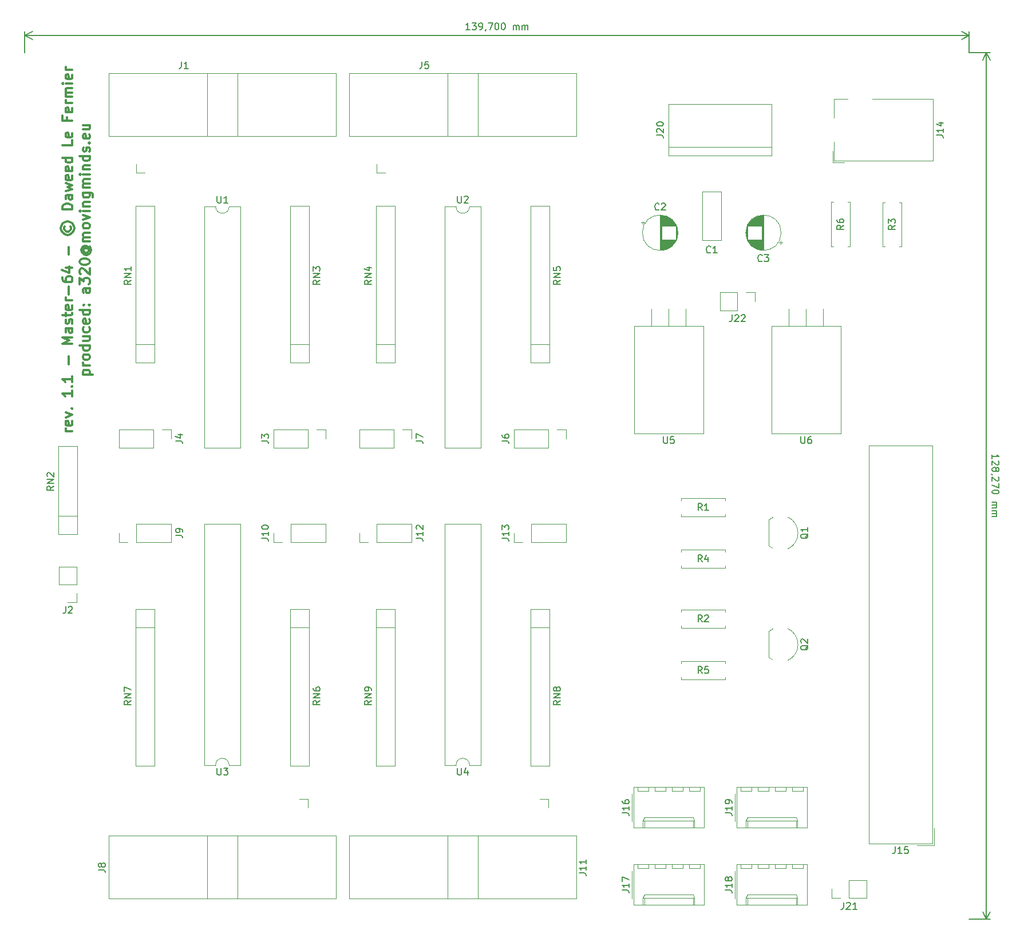
<source format=gbr>
G04 #@! TF.GenerationSoftware,KiCad,Pcbnew,(5.1.10)-1*
G04 #@! TF.CreationDate,2021-10-12T08:16:22+02:00*
G04 #@! TF.ProjectId,FGINT-V3-MASTER-64,4647494e-542d-4563-932d-4d4153544552,rev?*
G04 #@! TF.SameCoordinates,Original*
G04 #@! TF.FileFunction,Legend,Top*
G04 #@! TF.FilePolarity,Positive*
%FSLAX46Y46*%
G04 Gerber Fmt 4.6, Leading zero omitted, Abs format (unit mm)*
G04 Created by KiCad (PCBNEW (5.1.10)-1) date 2021-10-12 08:16:22*
%MOMM*%
%LPD*%
G01*
G04 APERTURE LIST*
%ADD10C,0.300000*%
%ADD11C,0.150000*%
%ADD12C,0.120000*%
G04 APERTURE END LIST*
D10*
X117513571Y-87817142D02*
X116513571Y-87817142D01*
X116799285Y-87817142D02*
X116656428Y-87745714D01*
X116585000Y-87674285D01*
X116513571Y-87531428D01*
X116513571Y-87388571D01*
X117442142Y-86317142D02*
X117513571Y-86460000D01*
X117513571Y-86745714D01*
X117442142Y-86888571D01*
X117299285Y-86960000D01*
X116727857Y-86960000D01*
X116585000Y-86888571D01*
X116513571Y-86745714D01*
X116513571Y-86460000D01*
X116585000Y-86317142D01*
X116727857Y-86245714D01*
X116870714Y-86245714D01*
X117013571Y-86960000D01*
X116513571Y-85745714D02*
X117513571Y-85388571D01*
X116513571Y-85031428D01*
X117370714Y-84460000D02*
X117442142Y-84388571D01*
X117513571Y-84460000D01*
X117442142Y-84531428D01*
X117370714Y-84460000D01*
X117513571Y-84460000D01*
X117513571Y-81817142D02*
X117513571Y-82674285D01*
X117513571Y-82245714D02*
X116013571Y-82245714D01*
X116227857Y-82388571D01*
X116370714Y-82531428D01*
X116442142Y-82674285D01*
X117370714Y-81174285D02*
X117442142Y-81102857D01*
X117513571Y-81174285D01*
X117442142Y-81245714D01*
X117370714Y-81174285D01*
X117513571Y-81174285D01*
X117513571Y-79674285D02*
X117513571Y-80531428D01*
X117513571Y-80102857D02*
X116013571Y-80102857D01*
X116227857Y-80245714D01*
X116370714Y-80388571D01*
X116442142Y-80531428D01*
X116942142Y-77888571D02*
X116942142Y-76745714D01*
X117513571Y-74888571D02*
X116013571Y-74888571D01*
X117085000Y-74388571D01*
X116013571Y-73888571D01*
X117513571Y-73888571D01*
X117513571Y-72531428D02*
X116727857Y-72531428D01*
X116585000Y-72602857D01*
X116513571Y-72745714D01*
X116513571Y-73031428D01*
X116585000Y-73174285D01*
X117442142Y-72531428D02*
X117513571Y-72674285D01*
X117513571Y-73031428D01*
X117442142Y-73174285D01*
X117299285Y-73245714D01*
X117156428Y-73245714D01*
X117013571Y-73174285D01*
X116942142Y-73031428D01*
X116942142Y-72674285D01*
X116870714Y-72531428D01*
X117442142Y-71888571D02*
X117513571Y-71745714D01*
X117513571Y-71460000D01*
X117442142Y-71317142D01*
X117299285Y-71245714D01*
X117227857Y-71245714D01*
X117085000Y-71317142D01*
X117013571Y-71460000D01*
X117013571Y-71674285D01*
X116942142Y-71817142D01*
X116799285Y-71888571D01*
X116727857Y-71888571D01*
X116585000Y-71817142D01*
X116513571Y-71674285D01*
X116513571Y-71460000D01*
X116585000Y-71317142D01*
X116513571Y-70817142D02*
X116513571Y-70245714D01*
X116013571Y-70602857D02*
X117299285Y-70602857D01*
X117442142Y-70531428D01*
X117513571Y-70388571D01*
X117513571Y-70245714D01*
X117442142Y-69174285D02*
X117513571Y-69317142D01*
X117513571Y-69602857D01*
X117442142Y-69745714D01*
X117299285Y-69817142D01*
X116727857Y-69817142D01*
X116585000Y-69745714D01*
X116513571Y-69602857D01*
X116513571Y-69317142D01*
X116585000Y-69174285D01*
X116727857Y-69102857D01*
X116870714Y-69102857D01*
X117013571Y-69817142D01*
X117513571Y-68460000D02*
X116513571Y-68460000D01*
X116799285Y-68460000D02*
X116656428Y-68388571D01*
X116585000Y-68317142D01*
X116513571Y-68174285D01*
X116513571Y-68031428D01*
X116942142Y-67531428D02*
X116942142Y-66388571D01*
X116013571Y-65031428D02*
X116013571Y-65317142D01*
X116085000Y-65460000D01*
X116156428Y-65531428D01*
X116370714Y-65674285D01*
X116656428Y-65745714D01*
X117227857Y-65745714D01*
X117370714Y-65674285D01*
X117442142Y-65602857D01*
X117513571Y-65460000D01*
X117513571Y-65174285D01*
X117442142Y-65031428D01*
X117370714Y-64960000D01*
X117227857Y-64888571D01*
X116870714Y-64888571D01*
X116727857Y-64960000D01*
X116656428Y-65031428D01*
X116585000Y-65174285D01*
X116585000Y-65460000D01*
X116656428Y-65602857D01*
X116727857Y-65674285D01*
X116870714Y-65745714D01*
X116513571Y-63602857D02*
X117513571Y-63602857D01*
X115942142Y-63960000D02*
X117013571Y-64317142D01*
X117013571Y-63388571D01*
X116942142Y-61674285D02*
X116942142Y-60531428D01*
X116370714Y-57460000D02*
X116299285Y-57602857D01*
X116299285Y-57888571D01*
X116370714Y-58031428D01*
X116513571Y-58174285D01*
X116656428Y-58245714D01*
X116942142Y-58245714D01*
X117085000Y-58174285D01*
X117227857Y-58031428D01*
X117299285Y-57888571D01*
X117299285Y-57602857D01*
X117227857Y-57460000D01*
X115799285Y-57745714D02*
X115870714Y-58102857D01*
X116085000Y-58460000D01*
X116442142Y-58674285D01*
X116799285Y-58745714D01*
X117156428Y-58674285D01*
X117513571Y-58460000D01*
X117727857Y-58102857D01*
X117799285Y-57745714D01*
X117727857Y-57388571D01*
X117513571Y-57031428D01*
X117156428Y-56817142D01*
X116799285Y-56745714D01*
X116442142Y-56817142D01*
X116085000Y-57031428D01*
X115870714Y-57388571D01*
X115799285Y-57745714D01*
X117513571Y-54960000D02*
X116013571Y-54960000D01*
X116013571Y-54602857D01*
X116085000Y-54388571D01*
X116227857Y-54245714D01*
X116370714Y-54174285D01*
X116656428Y-54102857D01*
X116870714Y-54102857D01*
X117156428Y-54174285D01*
X117299285Y-54245714D01*
X117442142Y-54388571D01*
X117513571Y-54602857D01*
X117513571Y-54960000D01*
X117513571Y-52817142D02*
X116727857Y-52817142D01*
X116585000Y-52888571D01*
X116513571Y-53031428D01*
X116513571Y-53317142D01*
X116585000Y-53460000D01*
X117442142Y-52817142D02*
X117513571Y-52960000D01*
X117513571Y-53317142D01*
X117442142Y-53460000D01*
X117299285Y-53531428D01*
X117156428Y-53531428D01*
X117013571Y-53460000D01*
X116942142Y-53317142D01*
X116942142Y-52960000D01*
X116870714Y-52817142D01*
X116513571Y-52245714D02*
X117513571Y-51960000D01*
X116799285Y-51674285D01*
X117513571Y-51388571D01*
X116513571Y-51102857D01*
X117442142Y-49960000D02*
X117513571Y-50102857D01*
X117513571Y-50388571D01*
X117442142Y-50531428D01*
X117299285Y-50602857D01*
X116727857Y-50602857D01*
X116585000Y-50531428D01*
X116513571Y-50388571D01*
X116513571Y-50102857D01*
X116585000Y-49960000D01*
X116727857Y-49888571D01*
X116870714Y-49888571D01*
X117013571Y-50602857D01*
X117442142Y-48674285D02*
X117513571Y-48817142D01*
X117513571Y-49102857D01*
X117442142Y-49245714D01*
X117299285Y-49317142D01*
X116727857Y-49317142D01*
X116585000Y-49245714D01*
X116513571Y-49102857D01*
X116513571Y-48817142D01*
X116585000Y-48674285D01*
X116727857Y-48602857D01*
X116870714Y-48602857D01*
X117013571Y-49317142D01*
X117513571Y-47317142D02*
X116013571Y-47317142D01*
X117442142Y-47317142D02*
X117513571Y-47460000D01*
X117513571Y-47745714D01*
X117442142Y-47888571D01*
X117370714Y-47960000D01*
X117227857Y-48031428D01*
X116799285Y-48031428D01*
X116656428Y-47960000D01*
X116585000Y-47888571D01*
X116513571Y-47745714D01*
X116513571Y-47460000D01*
X116585000Y-47317142D01*
X117513571Y-44745714D02*
X117513571Y-45460000D01*
X116013571Y-45460000D01*
X117442142Y-43674285D02*
X117513571Y-43817142D01*
X117513571Y-44102857D01*
X117442142Y-44245714D01*
X117299285Y-44317142D01*
X116727857Y-44317142D01*
X116585000Y-44245714D01*
X116513571Y-44102857D01*
X116513571Y-43817142D01*
X116585000Y-43674285D01*
X116727857Y-43602857D01*
X116870714Y-43602857D01*
X117013571Y-44317142D01*
X116727857Y-41317142D02*
X116727857Y-41817142D01*
X117513571Y-41817142D02*
X116013571Y-41817142D01*
X116013571Y-41102857D01*
X117442142Y-39960000D02*
X117513571Y-40102857D01*
X117513571Y-40388571D01*
X117442142Y-40531428D01*
X117299285Y-40602857D01*
X116727857Y-40602857D01*
X116585000Y-40531428D01*
X116513571Y-40388571D01*
X116513571Y-40102857D01*
X116585000Y-39960000D01*
X116727857Y-39888571D01*
X116870714Y-39888571D01*
X117013571Y-40602857D01*
X117513571Y-39245714D02*
X116513571Y-39245714D01*
X116799285Y-39245714D02*
X116656428Y-39174285D01*
X116585000Y-39102857D01*
X116513571Y-38960000D01*
X116513571Y-38817142D01*
X117513571Y-38317142D02*
X116513571Y-38317142D01*
X116656428Y-38317142D02*
X116585000Y-38245714D01*
X116513571Y-38102857D01*
X116513571Y-37888571D01*
X116585000Y-37745714D01*
X116727857Y-37674285D01*
X117513571Y-37674285D01*
X116727857Y-37674285D02*
X116585000Y-37602857D01*
X116513571Y-37460000D01*
X116513571Y-37245714D01*
X116585000Y-37102857D01*
X116727857Y-37031428D01*
X117513571Y-37031428D01*
X117513571Y-36317142D02*
X116513571Y-36317142D01*
X116013571Y-36317142D02*
X116085000Y-36388571D01*
X116156428Y-36317142D01*
X116085000Y-36245714D01*
X116013571Y-36317142D01*
X116156428Y-36317142D01*
X117442142Y-35031428D02*
X117513571Y-35174285D01*
X117513571Y-35460000D01*
X117442142Y-35602857D01*
X117299285Y-35674285D01*
X116727857Y-35674285D01*
X116585000Y-35602857D01*
X116513571Y-35460000D01*
X116513571Y-35174285D01*
X116585000Y-35031428D01*
X116727857Y-34960000D01*
X116870714Y-34960000D01*
X117013571Y-35674285D01*
X117513571Y-34317142D02*
X116513571Y-34317142D01*
X116799285Y-34317142D02*
X116656428Y-34245714D01*
X116585000Y-34174285D01*
X116513571Y-34031428D01*
X116513571Y-33888571D01*
X119063571Y-79424285D02*
X120563571Y-79424285D01*
X119135000Y-79424285D02*
X119063571Y-79281428D01*
X119063571Y-78995714D01*
X119135000Y-78852857D01*
X119206428Y-78781428D01*
X119349285Y-78710000D01*
X119777857Y-78710000D01*
X119920714Y-78781428D01*
X119992142Y-78852857D01*
X120063571Y-78995714D01*
X120063571Y-79281428D01*
X119992142Y-79424285D01*
X120063571Y-78067142D02*
X119063571Y-78067142D01*
X119349285Y-78067142D02*
X119206428Y-77995714D01*
X119135000Y-77924285D01*
X119063571Y-77781428D01*
X119063571Y-77638571D01*
X120063571Y-76924285D02*
X119992142Y-77067142D01*
X119920714Y-77138571D01*
X119777857Y-77210000D01*
X119349285Y-77210000D01*
X119206428Y-77138571D01*
X119135000Y-77067142D01*
X119063571Y-76924285D01*
X119063571Y-76710000D01*
X119135000Y-76567142D01*
X119206428Y-76495714D01*
X119349285Y-76424285D01*
X119777857Y-76424285D01*
X119920714Y-76495714D01*
X119992142Y-76567142D01*
X120063571Y-76710000D01*
X120063571Y-76924285D01*
X120063571Y-75138571D02*
X118563571Y-75138571D01*
X119992142Y-75138571D02*
X120063571Y-75281428D01*
X120063571Y-75567142D01*
X119992142Y-75710000D01*
X119920714Y-75781428D01*
X119777857Y-75852857D01*
X119349285Y-75852857D01*
X119206428Y-75781428D01*
X119135000Y-75710000D01*
X119063571Y-75567142D01*
X119063571Y-75281428D01*
X119135000Y-75138571D01*
X119063571Y-73781428D02*
X120063571Y-73781428D01*
X119063571Y-74424285D02*
X119849285Y-74424285D01*
X119992142Y-74352857D01*
X120063571Y-74210000D01*
X120063571Y-73995714D01*
X119992142Y-73852857D01*
X119920714Y-73781428D01*
X119992142Y-72424285D02*
X120063571Y-72567142D01*
X120063571Y-72852857D01*
X119992142Y-72995714D01*
X119920714Y-73067142D01*
X119777857Y-73138571D01*
X119349285Y-73138571D01*
X119206428Y-73067142D01*
X119135000Y-72995714D01*
X119063571Y-72852857D01*
X119063571Y-72567142D01*
X119135000Y-72424285D01*
X119992142Y-71210000D02*
X120063571Y-71352857D01*
X120063571Y-71638571D01*
X119992142Y-71781428D01*
X119849285Y-71852857D01*
X119277857Y-71852857D01*
X119135000Y-71781428D01*
X119063571Y-71638571D01*
X119063571Y-71352857D01*
X119135000Y-71210000D01*
X119277857Y-71138571D01*
X119420714Y-71138571D01*
X119563571Y-71852857D01*
X120063571Y-69852857D02*
X118563571Y-69852857D01*
X119992142Y-69852857D02*
X120063571Y-69995714D01*
X120063571Y-70281428D01*
X119992142Y-70424285D01*
X119920714Y-70495714D01*
X119777857Y-70567142D01*
X119349285Y-70567142D01*
X119206428Y-70495714D01*
X119135000Y-70424285D01*
X119063571Y-70281428D01*
X119063571Y-69995714D01*
X119135000Y-69852857D01*
X119920714Y-69138571D02*
X119992142Y-69067142D01*
X120063571Y-69138571D01*
X119992142Y-69210000D01*
X119920714Y-69138571D01*
X120063571Y-69138571D01*
X119135000Y-69138571D02*
X119206428Y-69067142D01*
X119277857Y-69138571D01*
X119206428Y-69210000D01*
X119135000Y-69138571D01*
X119277857Y-69138571D01*
X120063571Y-66638571D02*
X119277857Y-66638571D01*
X119135000Y-66710000D01*
X119063571Y-66852857D01*
X119063571Y-67138571D01*
X119135000Y-67281428D01*
X119992142Y-66638571D02*
X120063571Y-66781428D01*
X120063571Y-67138571D01*
X119992142Y-67281428D01*
X119849285Y-67352857D01*
X119706428Y-67352857D01*
X119563571Y-67281428D01*
X119492142Y-67138571D01*
X119492142Y-66781428D01*
X119420714Y-66638571D01*
X118563571Y-66067142D02*
X118563571Y-65138571D01*
X119135000Y-65638571D01*
X119135000Y-65424285D01*
X119206428Y-65281428D01*
X119277857Y-65210000D01*
X119420714Y-65138571D01*
X119777857Y-65138571D01*
X119920714Y-65210000D01*
X119992142Y-65281428D01*
X120063571Y-65424285D01*
X120063571Y-65852857D01*
X119992142Y-65995714D01*
X119920714Y-66067142D01*
X118706428Y-64567142D02*
X118635000Y-64495714D01*
X118563571Y-64352857D01*
X118563571Y-63995714D01*
X118635000Y-63852857D01*
X118706428Y-63781428D01*
X118849285Y-63710000D01*
X118992142Y-63710000D01*
X119206428Y-63781428D01*
X120063571Y-64638571D01*
X120063571Y-63710000D01*
X118563571Y-62781428D02*
X118563571Y-62638571D01*
X118635000Y-62495714D01*
X118706428Y-62424285D01*
X118849285Y-62352857D01*
X119135000Y-62281428D01*
X119492142Y-62281428D01*
X119777857Y-62352857D01*
X119920714Y-62424285D01*
X119992142Y-62495714D01*
X120063571Y-62638571D01*
X120063571Y-62781428D01*
X119992142Y-62924285D01*
X119920714Y-62995714D01*
X119777857Y-63067142D01*
X119492142Y-63138571D01*
X119135000Y-63138571D01*
X118849285Y-63067142D01*
X118706428Y-62995714D01*
X118635000Y-62924285D01*
X118563571Y-62781428D01*
X119349285Y-60710000D02*
X119277857Y-60781428D01*
X119206428Y-60924285D01*
X119206428Y-61067142D01*
X119277857Y-61210000D01*
X119349285Y-61281428D01*
X119492142Y-61352857D01*
X119635000Y-61352857D01*
X119777857Y-61281428D01*
X119849285Y-61210000D01*
X119920714Y-61067142D01*
X119920714Y-60924285D01*
X119849285Y-60781428D01*
X119777857Y-60710000D01*
X119206428Y-60710000D02*
X119777857Y-60710000D01*
X119849285Y-60638571D01*
X119849285Y-60567142D01*
X119777857Y-60424285D01*
X119635000Y-60352857D01*
X119277857Y-60352857D01*
X119063571Y-60495714D01*
X118920714Y-60710000D01*
X118849285Y-60995714D01*
X118920714Y-61281428D01*
X119063571Y-61495714D01*
X119277857Y-61638571D01*
X119563571Y-61710000D01*
X119849285Y-61638571D01*
X120063571Y-61495714D01*
X120206428Y-61281428D01*
X120277857Y-60995714D01*
X120206428Y-60710000D01*
X120063571Y-60495714D01*
X120063571Y-59710000D02*
X119063571Y-59710000D01*
X119206428Y-59710000D02*
X119135000Y-59638571D01*
X119063571Y-59495714D01*
X119063571Y-59281428D01*
X119135000Y-59138571D01*
X119277857Y-59067142D01*
X120063571Y-59067142D01*
X119277857Y-59067142D02*
X119135000Y-58995714D01*
X119063571Y-58852857D01*
X119063571Y-58638571D01*
X119135000Y-58495714D01*
X119277857Y-58424285D01*
X120063571Y-58424285D01*
X120063571Y-57495714D02*
X119992142Y-57638571D01*
X119920714Y-57710000D01*
X119777857Y-57781428D01*
X119349285Y-57781428D01*
X119206428Y-57710000D01*
X119135000Y-57638571D01*
X119063571Y-57495714D01*
X119063571Y-57281428D01*
X119135000Y-57138571D01*
X119206428Y-57067142D01*
X119349285Y-56995714D01*
X119777857Y-56995714D01*
X119920714Y-57067142D01*
X119992142Y-57138571D01*
X120063571Y-57281428D01*
X120063571Y-57495714D01*
X119063571Y-56495714D02*
X120063571Y-56138571D01*
X119063571Y-55781428D01*
X120063571Y-55210000D02*
X119063571Y-55210000D01*
X118563571Y-55210000D02*
X118635000Y-55281428D01*
X118706428Y-55210000D01*
X118635000Y-55138571D01*
X118563571Y-55210000D01*
X118706428Y-55210000D01*
X119063571Y-54495714D02*
X120063571Y-54495714D01*
X119206428Y-54495714D02*
X119135000Y-54424285D01*
X119063571Y-54281428D01*
X119063571Y-54067142D01*
X119135000Y-53924285D01*
X119277857Y-53852857D01*
X120063571Y-53852857D01*
X119063571Y-52495714D02*
X120277857Y-52495714D01*
X120420714Y-52567142D01*
X120492142Y-52638571D01*
X120563571Y-52781428D01*
X120563571Y-52995714D01*
X120492142Y-53138571D01*
X119992142Y-52495714D02*
X120063571Y-52638571D01*
X120063571Y-52924285D01*
X119992142Y-53067142D01*
X119920714Y-53138571D01*
X119777857Y-53210000D01*
X119349285Y-53210000D01*
X119206428Y-53138571D01*
X119135000Y-53067142D01*
X119063571Y-52924285D01*
X119063571Y-52638571D01*
X119135000Y-52495714D01*
X120063571Y-51781428D02*
X119063571Y-51781428D01*
X119206428Y-51781428D02*
X119135000Y-51710000D01*
X119063571Y-51567142D01*
X119063571Y-51352857D01*
X119135000Y-51210000D01*
X119277857Y-51138571D01*
X120063571Y-51138571D01*
X119277857Y-51138571D02*
X119135000Y-51067142D01*
X119063571Y-50924285D01*
X119063571Y-50710000D01*
X119135000Y-50567142D01*
X119277857Y-50495714D01*
X120063571Y-50495714D01*
X120063571Y-49781428D02*
X119063571Y-49781428D01*
X118563571Y-49781428D02*
X118635000Y-49852857D01*
X118706428Y-49781428D01*
X118635000Y-49710000D01*
X118563571Y-49781428D01*
X118706428Y-49781428D01*
X119063571Y-49067142D02*
X120063571Y-49067142D01*
X119206428Y-49067142D02*
X119135000Y-48995714D01*
X119063571Y-48852857D01*
X119063571Y-48638571D01*
X119135000Y-48495714D01*
X119277857Y-48424285D01*
X120063571Y-48424285D01*
X120063571Y-47067142D02*
X118563571Y-47067142D01*
X119992142Y-47067142D02*
X120063571Y-47210000D01*
X120063571Y-47495714D01*
X119992142Y-47638571D01*
X119920714Y-47710000D01*
X119777857Y-47781428D01*
X119349285Y-47781428D01*
X119206428Y-47710000D01*
X119135000Y-47638571D01*
X119063571Y-47495714D01*
X119063571Y-47210000D01*
X119135000Y-47067142D01*
X119992142Y-46424285D02*
X120063571Y-46281428D01*
X120063571Y-45995714D01*
X119992142Y-45852857D01*
X119849285Y-45781428D01*
X119777857Y-45781428D01*
X119635000Y-45852857D01*
X119563571Y-45995714D01*
X119563571Y-46210000D01*
X119492142Y-46352857D01*
X119349285Y-46424285D01*
X119277857Y-46424285D01*
X119135000Y-46352857D01*
X119063571Y-46210000D01*
X119063571Y-45995714D01*
X119135000Y-45852857D01*
X119920714Y-45138571D02*
X119992142Y-45067142D01*
X120063571Y-45138571D01*
X119992142Y-45210000D01*
X119920714Y-45138571D01*
X120063571Y-45138571D01*
X119992142Y-43852857D02*
X120063571Y-43995714D01*
X120063571Y-44281428D01*
X119992142Y-44424285D01*
X119849285Y-44495714D01*
X119277857Y-44495714D01*
X119135000Y-44424285D01*
X119063571Y-44281428D01*
X119063571Y-43995714D01*
X119135000Y-43852857D01*
X119277857Y-43781428D01*
X119420714Y-43781428D01*
X119563571Y-44495714D01*
X119063571Y-42495714D02*
X120063571Y-42495714D01*
X119063571Y-43138571D02*
X119849285Y-43138571D01*
X119992142Y-43067142D01*
X120063571Y-42924285D01*
X120063571Y-42710000D01*
X119992142Y-42567142D01*
X119920714Y-42495714D01*
D11*
X176292380Y-28362380D02*
X175720952Y-28362380D01*
X176006666Y-28362380D02*
X176006666Y-27362380D01*
X175911428Y-27505238D01*
X175816190Y-27600476D01*
X175720952Y-27648095D01*
X176625714Y-27362380D02*
X177244761Y-27362380D01*
X176911428Y-27743333D01*
X177054285Y-27743333D01*
X177149523Y-27790952D01*
X177197142Y-27838571D01*
X177244761Y-27933809D01*
X177244761Y-28171904D01*
X177197142Y-28267142D01*
X177149523Y-28314761D01*
X177054285Y-28362380D01*
X176768571Y-28362380D01*
X176673333Y-28314761D01*
X176625714Y-28267142D01*
X177720952Y-28362380D02*
X177911428Y-28362380D01*
X178006666Y-28314761D01*
X178054285Y-28267142D01*
X178149523Y-28124285D01*
X178197142Y-27933809D01*
X178197142Y-27552857D01*
X178149523Y-27457619D01*
X178101904Y-27410000D01*
X178006666Y-27362380D01*
X177816190Y-27362380D01*
X177720952Y-27410000D01*
X177673333Y-27457619D01*
X177625714Y-27552857D01*
X177625714Y-27790952D01*
X177673333Y-27886190D01*
X177720952Y-27933809D01*
X177816190Y-27981428D01*
X178006666Y-27981428D01*
X178101904Y-27933809D01*
X178149523Y-27886190D01*
X178197142Y-27790952D01*
X178673333Y-28314761D02*
X178673333Y-28362380D01*
X178625714Y-28457619D01*
X178578095Y-28505238D01*
X179006666Y-27362380D02*
X179673333Y-27362380D01*
X179244761Y-28362380D01*
X180244761Y-27362380D02*
X180340000Y-27362380D01*
X180435238Y-27410000D01*
X180482857Y-27457619D01*
X180530476Y-27552857D01*
X180578095Y-27743333D01*
X180578095Y-27981428D01*
X180530476Y-28171904D01*
X180482857Y-28267142D01*
X180435238Y-28314761D01*
X180340000Y-28362380D01*
X180244761Y-28362380D01*
X180149523Y-28314761D01*
X180101904Y-28267142D01*
X180054285Y-28171904D01*
X180006666Y-27981428D01*
X180006666Y-27743333D01*
X180054285Y-27552857D01*
X180101904Y-27457619D01*
X180149523Y-27410000D01*
X180244761Y-27362380D01*
X181197142Y-27362380D02*
X181292380Y-27362380D01*
X181387619Y-27410000D01*
X181435238Y-27457619D01*
X181482857Y-27552857D01*
X181530476Y-27743333D01*
X181530476Y-27981428D01*
X181482857Y-28171904D01*
X181435238Y-28267142D01*
X181387619Y-28314761D01*
X181292380Y-28362380D01*
X181197142Y-28362380D01*
X181101904Y-28314761D01*
X181054285Y-28267142D01*
X181006666Y-28171904D01*
X180959047Y-27981428D01*
X180959047Y-27743333D01*
X181006666Y-27552857D01*
X181054285Y-27457619D01*
X181101904Y-27410000D01*
X181197142Y-27362380D01*
X182720952Y-28362380D02*
X182720952Y-27695714D01*
X182720952Y-27790952D02*
X182768571Y-27743333D01*
X182863809Y-27695714D01*
X183006666Y-27695714D01*
X183101904Y-27743333D01*
X183149523Y-27838571D01*
X183149523Y-28362380D01*
X183149523Y-27838571D02*
X183197142Y-27743333D01*
X183292380Y-27695714D01*
X183435238Y-27695714D01*
X183530476Y-27743333D01*
X183578095Y-27838571D01*
X183578095Y-28362380D01*
X184054285Y-28362380D02*
X184054285Y-27695714D01*
X184054285Y-27790952D02*
X184101904Y-27743333D01*
X184197142Y-27695714D01*
X184340000Y-27695714D01*
X184435238Y-27743333D01*
X184482857Y-27838571D01*
X184482857Y-28362380D01*
X184482857Y-27838571D02*
X184530476Y-27743333D01*
X184625714Y-27695714D01*
X184768571Y-27695714D01*
X184863809Y-27743333D01*
X184911428Y-27838571D01*
X184911428Y-28362380D01*
X110490000Y-29210000D02*
X250190000Y-29210000D01*
X110490000Y-31750000D02*
X110490000Y-28623579D01*
X250190000Y-31750000D02*
X250190000Y-28623579D01*
X250190000Y-29210000D02*
X249063496Y-29796421D01*
X250190000Y-29210000D02*
X249063496Y-28623579D01*
X110490000Y-29210000D02*
X111616504Y-29796421D01*
X110490000Y-29210000D02*
X111616504Y-28623579D01*
X253577619Y-91837380D02*
X253577619Y-91265952D01*
X253577619Y-91551666D02*
X254577619Y-91551666D01*
X254434761Y-91456428D01*
X254339523Y-91361190D01*
X254291904Y-91265952D01*
X254482380Y-92218333D02*
X254530000Y-92265952D01*
X254577619Y-92361190D01*
X254577619Y-92599285D01*
X254530000Y-92694523D01*
X254482380Y-92742142D01*
X254387142Y-92789761D01*
X254291904Y-92789761D01*
X254149047Y-92742142D01*
X253577619Y-92170714D01*
X253577619Y-92789761D01*
X254149047Y-93361190D02*
X254196666Y-93265952D01*
X254244285Y-93218333D01*
X254339523Y-93170714D01*
X254387142Y-93170714D01*
X254482380Y-93218333D01*
X254530000Y-93265952D01*
X254577619Y-93361190D01*
X254577619Y-93551666D01*
X254530000Y-93646904D01*
X254482380Y-93694523D01*
X254387142Y-93742142D01*
X254339523Y-93742142D01*
X254244285Y-93694523D01*
X254196666Y-93646904D01*
X254149047Y-93551666D01*
X254149047Y-93361190D01*
X254101428Y-93265952D01*
X254053809Y-93218333D01*
X253958571Y-93170714D01*
X253768095Y-93170714D01*
X253672857Y-93218333D01*
X253625238Y-93265952D01*
X253577619Y-93361190D01*
X253577619Y-93551666D01*
X253625238Y-93646904D01*
X253672857Y-93694523D01*
X253768095Y-93742142D01*
X253958571Y-93742142D01*
X254053809Y-93694523D01*
X254101428Y-93646904D01*
X254149047Y-93551666D01*
X253625238Y-94218333D02*
X253577619Y-94218333D01*
X253482380Y-94170714D01*
X253434761Y-94123095D01*
X254482380Y-94599285D02*
X254530000Y-94646904D01*
X254577619Y-94742142D01*
X254577619Y-94980238D01*
X254530000Y-95075476D01*
X254482380Y-95123095D01*
X254387142Y-95170714D01*
X254291904Y-95170714D01*
X254149047Y-95123095D01*
X253577619Y-94551666D01*
X253577619Y-95170714D01*
X254577619Y-95504047D02*
X254577619Y-96170714D01*
X253577619Y-95742142D01*
X254577619Y-96742142D02*
X254577619Y-96837380D01*
X254530000Y-96932619D01*
X254482380Y-96980238D01*
X254387142Y-97027857D01*
X254196666Y-97075476D01*
X253958571Y-97075476D01*
X253768095Y-97027857D01*
X253672857Y-96980238D01*
X253625238Y-96932619D01*
X253577619Y-96837380D01*
X253577619Y-96742142D01*
X253625238Y-96646904D01*
X253672857Y-96599285D01*
X253768095Y-96551666D01*
X253958571Y-96504047D01*
X254196666Y-96504047D01*
X254387142Y-96551666D01*
X254482380Y-96599285D01*
X254530000Y-96646904D01*
X254577619Y-96742142D01*
X253577619Y-98265952D02*
X254244285Y-98265952D01*
X254149047Y-98265952D02*
X254196666Y-98313571D01*
X254244285Y-98408809D01*
X254244285Y-98551666D01*
X254196666Y-98646904D01*
X254101428Y-98694523D01*
X253577619Y-98694523D01*
X254101428Y-98694523D02*
X254196666Y-98742142D01*
X254244285Y-98837380D01*
X254244285Y-98980238D01*
X254196666Y-99075476D01*
X254101428Y-99123095D01*
X253577619Y-99123095D01*
X253577619Y-99599285D02*
X254244285Y-99599285D01*
X254149047Y-99599285D02*
X254196666Y-99646904D01*
X254244285Y-99742142D01*
X254244285Y-99885000D01*
X254196666Y-99980238D01*
X254101428Y-100027857D01*
X253577619Y-100027857D01*
X254101428Y-100027857D02*
X254196666Y-100075476D01*
X254244285Y-100170714D01*
X254244285Y-100313571D01*
X254196666Y-100408809D01*
X254101428Y-100456428D01*
X253577619Y-100456428D01*
X252730000Y-31750000D02*
X252730000Y-160020000D01*
X250190000Y-31750000D02*
X253316421Y-31750000D01*
X250190000Y-160020000D02*
X253316421Y-160020000D01*
X252730000Y-160020000D02*
X252143579Y-158893496D01*
X252730000Y-160020000D02*
X253316421Y-158893496D01*
X252730000Y-31750000D02*
X252143579Y-32876504D01*
X252730000Y-31750000D02*
X253316421Y-32876504D01*
D12*
X220550000Y-117440000D02*
X220550000Y-121290000D01*
X221137736Y-121682383D02*
G75*
G02*
X220550000Y-121290000I1112264J2302383D01*
G01*
X223348807Y-121736400D02*
G75*
G03*
X224850000Y-119380000I-1098807J2356400D01*
G01*
X223348807Y-117023600D02*
G75*
G02*
X224850000Y-119380000I-1098807J-2356400D01*
G01*
X221127955Y-117057369D02*
G75*
G03*
X220550000Y-117440000I1122045J-2322631D01*
G01*
X220550000Y-100930000D02*
X220550000Y-104780000D01*
X221137736Y-105172383D02*
G75*
G02*
X220550000Y-104780000I1112264J2302383D01*
G01*
X223348807Y-105226400D02*
G75*
G03*
X224850000Y-102870000I-1098807J2356400D01*
G01*
X223348807Y-100513600D02*
G75*
G02*
X224850000Y-102870000I-1098807J-2356400D01*
G01*
X221127955Y-100547369D02*
G75*
G03*
X220550000Y-100930000I1122045J-2322631D01*
G01*
X213300000Y-67250000D02*
X213300000Y-69910000D01*
X215900000Y-67250000D02*
X213300000Y-67250000D01*
X215900000Y-69910000D02*
X213300000Y-69910000D01*
X215900000Y-67250000D02*
X215900000Y-69910000D01*
X217170000Y-67250000D02*
X218500000Y-67250000D01*
X218500000Y-67250000D02*
X218500000Y-68580000D01*
X235010000Y-156905000D02*
X235010000Y-154245000D01*
X232410000Y-156905000D02*
X235010000Y-156905000D01*
X232410000Y-154245000D02*
X235010000Y-154245000D01*
X232410000Y-156905000D02*
X232410000Y-154245000D01*
X231140000Y-156905000D02*
X229810000Y-156905000D01*
X229810000Y-156905000D02*
X229810000Y-155575000D01*
X215790000Y-151910000D02*
X215790000Y-157930000D01*
X215790000Y-157930000D02*
X226170000Y-157930000D01*
X226170000Y-157930000D02*
X226170000Y-151910000D01*
X226170000Y-151910000D02*
X215790000Y-151910000D01*
X215500000Y-152940000D02*
X215500000Y-156940000D01*
X217170000Y-157930000D02*
X217170000Y-156930000D01*
X217170000Y-156930000D02*
X224790000Y-156930000D01*
X224790000Y-156930000D02*
X224790000Y-157930000D01*
X217170000Y-156930000D02*
X217420000Y-156400000D01*
X217420000Y-156400000D02*
X224540000Y-156400000D01*
X224540000Y-156400000D02*
X224790000Y-156930000D01*
X217420000Y-157930000D02*
X217420000Y-156930000D01*
X224540000Y-157930000D02*
X224540000Y-156930000D01*
X216370000Y-151910000D02*
X216370000Y-152510000D01*
X216370000Y-152510000D02*
X217970000Y-152510000D01*
X217970000Y-152510000D02*
X217970000Y-151910000D01*
X218910000Y-151910000D02*
X218910000Y-152510000D01*
X218910000Y-152510000D02*
X220510000Y-152510000D01*
X220510000Y-152510000D02*
X220510000Y-151910000D01*
X221450000Y-151910000D02*
X221450000Y-152510000D01*
X221450000Y-152510000D02*
X223050000Y-152510000D01*
X223050000Y-152510000D02*
X223050000Y-151910000D01*
X223990000Y-151910000D02*
X223990000Y-152510000D01*
X223990000Y-152510000D02*
X225590000Y-152510000D01*
X225590000Y-152510000D02*
X225590000Y-151910000D01*
X200550000Y-151910000D02*
X200550000Y-157930000D01*
X200550000Y-157930000D02*
X210930000Y-157930000D01*
X210930000Y-157930000D02*
X210930000Y-151910000D01*
X210930000Y-151910000D02*
X200550000Y-151910000D01*
X200260000Y-152940000D02*
X200260000Y-156940000D01*
X201930000Y-157930000D02*
X201930000Y-156930000D01*
X201930000Y-156930000D02*
X209550000Y-156930000D01*
X209550000Y-156930000D02*
X209550000Y-157930000D01*
X201930000Y-156930000D02*
X202180000Y-156400000D01*
X202180000Y-156400000D02*
X209300000Y-156400000D01*
X209300000Y-156400000D02*
X209550000Y-156930000D01*
X202180000Y-157930000D02*
X202180000Y-156930000D01*
X209300000Y-157930000D02*
X209300000Y-156930000D01*
X201130000Y-151910000D02*
X201130000Y-152510000D01*
X201130000Y-152510000D02*
X202730000Y-152510000D01*
X202730000Y-152510000D02*
X202730000Y-151910000D01*
X203670000Y-151910000D02*
X203670000Y-152510000D01*
X203670000Y-152510000D02*
X205270000Y-152510000D01*
X205270000Y-152510000D02*
X205270000Y-151910000D01*
X206210000Y-151910000D02*
X206210000Y-152510000D01*
X206210000Y-152510000D02*
X207810000Y-152510000D01*
X207810000Y-152510000D02*
X207810000Y-151910000D01*
X208750000Y-151910000D02*
X208750000Y-152510000D01*
X208750000Y-152510000D02*
X210350000Y-152510000D01*
X210350000Y-152510000D02*
X210350000Y-151910000D01*
X200550000Y-140480000D02*
X200550000Y-146500000D01*
X200550000Y-146500000D02*
X210930000Y-146500000D01*
X210930000Y-146500000D02*
X210930000Y-140480000D01*
X210930000Y-140480000D02*
X200550000Y-140480000D01*
X200260000Y-141510000D02*
X200260000Y-145510000D01*
X201930000Y-146500000D02*
X201930000Y-145500000D01*
X201930000Y-145500000D02*
X209550000Y-145500000D01*
X209550000Y-145500000D02*
X209550000Y-146500000D01*
X201930000Y-145500000D02*
X202180000Y-144970000D01*
X202180000Y-144970000D02*
X209300000Y-144970000D01*
X209300000Y-144970000D02*
X209550000Y-145500000D01*
X202180000Y-146500000D02*
X202180000Y-145500000D01*
X209300000Y-146500000D02*
X209300000Y-145500000D01*
X201130000Y-140480000D02*
X201130000Y-141080000D01*
X201130000Y-141080000D02*
X202730000Y-141080000D01*
X202730000Y-141080000D02*
X202730000Y-140480000D01*
X203670000Y-140480000D02*
X203670000Y-141080000D01*
X203670000Y-141080000D02*
X205270000Y-141080000D01*
X205270000Y-141080000D02*
X205270000Y-140480000D01*
X206210000Y-140480000D02*
X206210000Y-141080000D01*
X206210000Y-141080000D02*
X207810000Y-141080000D01*
X207810000Y-141080000D02*
X207810000Y-140480000D01*
X208750000Y-140480000D02*
X208750000Y-141080000D01*
X208750000Y-141080000D02*
X210350000Y-141080000D01*
X210350000Y-141080000D02*
X210350000Y-140480000D01*
X210720000Y-52300000D02*
X213460000Y-52300000D01*
X210720000Y-59540000D02*
X213460000Y-59540000D01*
X213460000Y-59540000D02*
X213460000Y-52300000D01*
X210720000Y-59540000D02*
X210720000Y-52300000D01*
X207070000Y-58420000D02*
G75*
G03*
X207070000Y-58420000I-2620000J0D01*
G01*
X204450000Y-55840000D02*
X204450000Y-61000000D01*
X204490000Y-55840000D02*
X204490000Y-61000000D01*
X204530000Y-55841000D02*
X204530000Y-60999000D01*
X204570000Y-55842000D02*
X204570000Y-60998000D01*
X204610000Y-55844000D02*
X204610000Y-60996000D01*
X204650000Y-55847000D02*
X204650000Y-60993000D01*
X204690000Y-55851000D02*
X204690000Y-57380000D01*
X204690000Y-59460000D02*
X204690000Y-60989000D01*
X204730000Y-55855000D02*
X204730000Y-57380000D01*
X204730000Y-59460000D02*
X204730000Y-60985000D01*
X204770000Y-55859000D02*
X204770000Y-57380000D01*
X204770000Y-59460000D02*
X204770000Y-60981000D01*
X204810000Y-55864000D02*
X204810000Y-57380000D01*
X204810000Y-59460000D02*
X204810000Y-60976000D01*
X204850000Y-55870000D02*
X204850000Y-57380000D01*
X204850000Y-59460000D02*
X204850000Y-60970000D01*
X204890000Y-55877000D02*
X204890000Y-57380000D01*
X204890000Y-59460000D02*
X204890000Y-60963000D01*
X204930000Y-55884000D02*
X204930000Y-57380000D01*
X204930000Y-59460000D02*
X204930000Y-60956000D01*
X204970000Y-55892000D02*
X204970000Y-57380000D01*
X204970000Y-59460000D02*
X204970000Y-60948000D01*
X205010000Y-55900000D02*
X205010000Y-57380000D01*
X205010000Y-59460000D02*
X205010000Y-60940000D01*
X205050000Y-55909000D02*
X205050000Y-57380000D01*
X205050000Y-59460000D02*
X205050000Y-60931000D01*
X205090000Y-55919000D02*
X205090000Y-57380000D01*
X205090000Y-59460000D02*
X205090000Y-60921000D01*
X205130000Y-55929000D02*
X205130000Y-57380000D01*
X205130000Y-59460000D02*
X205130000Y-60911000D01*
X205171000Y-55940000D02*
X205171000Y-57380000D01*
X205171000Y-59460000D02*
X205171000Y-60900000D01*
X205211000Y-55952000D02*
X205211000Y-57380000D01*
X205211000Y-59460000D02*
X205211000Y-60888000D01*
X205251000Y-55965000D02*
X205251000Y-57380000D01*
X205251000Y-59460000D02*
X205251000Y-60875000D01*
X205291000Y-55978000D02*
X205291000Y-57380000D01*
X205291000Y-59460000D02*
X205291000Y-60862000D01*
X205331000Y-55992000D02*
X205331000Y-57380000D01*
X205331000Y-59460000D02*
X205331000Y-60848000D01*
X205371000Y-56006000D02*
X205371000Y-57380000D01*
X205371000Y-59460000D02*
X205371000Y-60834000D01*
X205411000Y-56022000D02*
X205411000Y-57380000D01*
X205411000Y-59460000D02*
X205411000Y-60818000D01*
X205451000Y-56038000D02*
X205451000Y-57380000D01*
X205451000Y-59460000D02*
X205451000Y-60802000D01*
X205491000Y-56055000D02*
X205491000Y-57380000D01*
X205491000Y-59460000D02*
X205491000Y-60785000D01*
X205531000Y-56072000D02*
X205531000Y-57380000D01*
X205531000Y-59460000D02*
X205531000Y-60768000D01*
X205571000Y-56091000D02*
X205571000Y-57380000D01*
X205571000Y-59460000D02*
X205571000Y-60749000D01*
X205611000Y-56110000D02*
X205611000Y-57380000D01*
X205611000Y-59460000D02*
X205611000Y-60730000D01*
X205651000Y-56130000D02*
X205651000Y-57380000D01*
X205651000Y-59460000D02*
X205651000Y-60710000D01*
X205691000Y-56152000D02*
X205691000Y-57380000D01*
X205691000Y-59460000D02*
X205691000Y-60688000D01*
X205731000Y-56173000D02*
X205731000Y-57380000D01*
X205731000Y-59460000D02*
X205731000Y-60667000D01*
X205771000Y-56196000D02*
X205771000Y-57380000D01*
X205771000Y-59460000D02*
X205771000Y-60644000D01*
X205811000Y-56220000D02*
X205811000Y-57380000D01*
X205811000Y-59460000D02*
X205811000Y-60620000D01*
X205851000Y-56245000D02*
X205851000Y-57380000D01*
X205851000Y-59460000D02*
X205851000Y-60595000D01*
X205891000Y-56271000D02*
X205891000Y-57380000D01*
X205891000Y-59460000D02*
X205891000Y-60569000D01*
X205931000Y-56298000D02*
X205931000Y-57380000D01*
X205931000Y-59460000D02*
X205931000Y-60542000D01*
X205971000Y-56325000D02*
X205971000Y-57380000D01*
X205971000Y-59460000D02*
X205971000Y-60515000D01*
X206011000Y-56355000D02*
X206011000Y-57380000D01*
X206011000Y-59460000D02*
X206011000Y-60485000D01*
X206051000Y-56385000D02*
X206051000Y-57380000D01*
X206051000Y-59460000D02*
X206051000Y-60455000D01*
X206091000Y-56416000D02*
X206091000Y-57380000D01*
X206091000Y-59460000D02*
X206091000Y-60424000D01*
X206131000Y-56449000D02*
X206131000Y-57380000D01*
X206131000Y-59460000D02*
X206131000Y-60391000D01*
X206171000Y-56483000D02*
X206171000Y-57380000D01*
X206171000Y-59460000D02*
X206171000Y-60357000D01*
X206211000Y-56519000D02*
X206211000Y-57380000D01*
X206211000Y-59460000D02*
X206211000Y-60321000D01*
X206251000Y-56556000D02*
X206251000Y-57380000D01*
X206251000Y-59460000D02*
X206251000Y-60284000D01*
X206291000Y-56594000D02*
X206291000Y-57380000D01*
X206291000Y-59460000D02*
X206291000Y-60246000D01*
X206331000Y-56635000D02*
X206331000Y-57380000D01*
X206331000Y-59460000D02*
X206331000Y-60205000D01*
X206371000Y-56677000D02*
X206371000Y-57380000D01*
X206371000Y-59460000D02*
X206371000Y-60163000D01*
X206411000Y-56721000D02*
X206411000Y-57380000D01*
X206411000Y-59460000D02*
X206411000Y-60119000D01*
X206451000Y-56767000D02*
X206451000Y-57380000D01*
X206451000Y-59460000D02*
X206451000Y-60073000D01*
X206491000Y-56815000D02*
X206491000Y-57380000D01*
X206491000Y-59460000D02*
X206491000Y-60025000D01*
X206531000Y-56866000D02*
X206531000Y-57380000D01*
X206531000Y-59460000D02*
X206531000Y-59974000D01*
X206571000Y-56920000D02*
X206571000Y-57380000D01*
X206571000Y-59460000D02*
X206571000Y-59920000D01*
X206611000Y-56977000D02*
X206611000Y-57380000D01*
X206611000Y-59460000D02*
X206611000Y-59863000D01*
X206651000Y-57037000D02*
X206651000Y-57380000D01*
X206651000Y-59460000D02*
X206651000Y-59803000D01*
X206691000Y-57101000D02*
X206691000Y-57380000D01*
X206691000Y-59460000D02*
X206691000Y-59739000D01*
X206731000Y-57169000D02*
X206731000Y-57380000D01*
X206731000Y-59460000D02*
X206731000Y-59671000D01*
X206771000Y-57242000D02*
X206771000Y-59598000D01*
X206811000Y-57322000D02*
X206811000Y-59518000D01*
X206851000Y-57409000D02*
X206851000Y-59431000D01*
X206891000Y-57505000D02*
X206891000Y-59335000D01*
X206931000Y-57615000D02*
X206931000Y-59225000D01*
X206971000Y-57743000D02*
X206971000Y-59097000D01*
X207011000Y-57902000D02*
X207011000Y-58938000D01*
X207051000Y-58136000D02*
X207051000Y-58704000D01*
X201645225Y-56945000D02*
X202145225Y-56945000D01*
X201895225Y-56695000D02*
X201895225Y-57195000D01*
X222284775Y-60145000D02*
X222284775Y-59645000D01*
X222534775Y-59895000D02*
X222034775Y-59895000D01*
X217129000Y-58704000D02*
X217129000Y-58136000D01*
X217169000Y-58938000D02*
X217169000Y-57902000D01*
X217209000Y-59097000D02*
X217209000Y-57743000D01*
X217249000Y-59225000D02*
X217249000Y-57615000D01*
X217289000Y-59335000D02*
X217289000Y-57505000D01*
X217329000Y-59431000D02*
X217329000Y-57409000D01*
X217369000Y-59518000D02*
X217369000Y-57322000D01*
X217409000Y-59598000D02*
X217409000Y-57242000D01*
X217449000Y-57380000D02*
X217449000Y-57169000D01*
X217449000Y-59671000D02*
X217449000Y-59460000D01*
X217489000Y-57380000D02*
X217489000Y-57101000D01*
X217489000Y-59739000D02*
X217489000Y-59460000D01*
X217529000Y-57380000D02*
X217529000Y-57037000D01*
X217529000Y-59803000D02*
X217529000Y-59460000D01*
X217569000Y-57380000D02*
X217569000Y-56977000D01*
X217569000Y-59863000D02*
X217569000Y-59460000D01*
X217609000Y-57380000D02*
X217609000Y-56920000D01*
X217609000Y-59920000D02*
X217609000Y-59460000D01*
X217649000Y-57380000D02*
X217649000Y-56866000D01*
X217649000Y-59974000D02*
X217649000Y-59460000D01*
X217689000Y-57380000D02*
X217689000Y-56815000D01*
X217689000Y-60025000D02*
X217689000Y-59460000D01*
X217729000Y-57380000D02*
X217729000Y-56767000D01*
X217729000Y-60073000D02*
X217729000Y-59460000D01*
X217769000Y-57380000D02*
X217769000Y-56721000D01*
X217769000Y-60119000D02*
X217769000Y-59460000D01*
X217809000Y-57380000D02*
X217809000Y-56677000D01*
X217809000Y-60163000D02*
X217809000Y-59460000D01*
X217849000Y-57380000D02*
X217849000Y-56635000D01*
X217849000Y-60205000D02*
X217849000Y-59460000D01*
X217889000Y-57380000D02*
X217889000Y-56594000D01*
X217889000Y-60246000D02*
X217889000Y-59460000D01*
X217929000Y-57380000D02*
X217929000Y-56556000D01*
X217929000Y-60284000D02*
X217929000Y-59460000D01*
X217969000Y-57380000D02*
X217969000Y-56519000D01*
X217969000Y-60321000D02*
X217969000Y-59460000D01*
X218009000Y-57380000D02*
X218009000Y-56483000D01*
X218009000Y-60357000D02*
X218009000Y-59460000D01*
X218049000Y-57380000D02*
X218049000Y-56449000D01*
X218049000Y-60391000D02*
X218049000Y-59460000D01*
X218089000Y-57380000D02*
X218089000Y-56416000D01*
X218089000Y-60424000D02*
X218089000Y-59460000D01*
X218129000Y-57380000D02*
X218129000Y-56385000D01*
X218129000Y-60455000D02*
X218129000Y-59460000D01*
X218169000Y-57380000D02*
X218169000Y-56355000D01*
X218169000Y-60485000D02*
X218169000Y-59460000D01*
X218209000Y-57380000D02*
X218209000Y-56325000D01*
X218209000Y-60515000D02*
X218209000Y-59460000D01*
X218249000Y-57380000D02*
X218249000Y-56298000D01*
X218249000Y-60542000D02*
X218249000Y-59460000D01*
X218289000Y-57380000D02*
X218289000Y-56271000D01*
X218289000Y-60569000D02*
X218289000Y-59460000D01*
X218329000Y-57380000D02*
X218329000Y-56245000D01*
X218329000Y-60595000D02*
X218329000Y-59460000D01*
X218369000Y-57380000D02*
X218369000Y-56220000D01*
X218369000Y-60620000D02*
X218369000Y-59460000D01*
X218409000Y-57380000D02*
X218409000Y-56196000D01*
X218409000Y-60644000D02*
X218409000Y-59460000D01*
X218449000Y-57380000D02*
X218449000Y-56173000D01*
X218449000Y-60667000D02*
X218449000Y-59460000D01*
X218489000Y-57380000D02*
X218489000Y-56152000D01*
X218489000Y-60688000D02*
X218489000Y-59460000D01*
X218529000Y-57380000D02*
X218529000Y-56130000D01*
X218529000Y-60710000D02*
X218529000Y-59460000D01*
X218569000Y-57380000D02*
X218569000Y-56110000D01*
X218569000Y-60730000D02*
X218569000Y-59460000D01*
X218609000Y-57380000D02*
X218609000Y-56091000D01*
X218609000Y-60749000D02*
X218609000Y-59460000D01*
X218649000Y-57380000D02*
X218649000Y-56072000D01*
X218649000Y-60768000D02*
X218649000Y-59460000D01*
X218689000Y-57380000D02*
X218689000Y-56055000D01*
X218689000Y-60785000D02*
X218689000Y-59460000D01*
X218729000Y-57380000D02*
X218729000Y-56038000D01*
X218729000Y-60802000D02*
X218729000Y-59460000D01*
X218769000Y-57380000D02*
X218769000Y-56022000D01*
X218769000Y-60818000D02*
X218769000Y-59460000D01*
X218809000Y-57380000D02*
X218809000Y-56006000D01*
X218809000Y-60834000D02*
X218809000Y-59460000D01*
X218849000Y-57380000D02*
X218849000Y-55992000D01*
X218849000Y-60848000D02*
X218849000Y-59460000D01*
X218889000Y-57380000D02*
X218889000Y-55978000D01*
X218889000Y-60862000D02*
X218889000Y-59460000D01*
X218929000Y-57380000D02*
X218929000Y-55965000D01*
X218929000Y-60875000D02*
X218929000Y-59460000D01*
X218969000Y-57380000D02*
X218969000Y-55952000D01*
X218969000Y-60888000D02*
X218969000Y-59460000D01*
X219009000Y-57380000D02*
X219009000Y-55940000D01*
X219009000Y-60900000D02*
X219009000Y-59460000D01*
X219050000Y-57380000D02*
X219050000Y-55929000D01*
X219050000Y-60911000D02*
X219050000Y-59460000D01*
X219090000Y-57380000D02*
X219090000Y-55919000D01*
X219090000Y-60921000D02*
X219090000Y-59460000D01*
X219130000Y-57380000D02*
X219130000Y-55909000D01*
X219130000Y-60931000D02*
X219130000Y-59460000D01*
X219170000Y-57380000D02*
X219170000Y-55900000D01*
X219170000Y-60940000D02*
X219170000Y-59460000D01*
X219210000Y-57380000D02*
X219210000Y-55892000D01*
X219210000Y-60948000D02*
X219210000Y-59460000D01*
X219250000Y-57380000D02*
X219250000Y-55884000D01*
X219250000Y-60956000D02*
X219250000Y-59460000D01*
X219290000Y-57380000D02*
X219290000Y-55877000D01*
X219290000Y-60963000D02*
X219290000Y-59460000D01*
X219330000Y-57380000D02*
X219330000Y-55870000D01*
X219330000Y-60970000D02*
X219330000Y-59460000D01*
X219370000Y-57380000D02*
X219370000Y-55864000D01*
X219370000Y-60976000D02*
X219370000Y-59460000D01*
X219410000Y-57380000D02*
X219410000Y-55859000D01*
X219410000Y-60981000D02*
X219410000Y-59460000D01*
X219450000Y-57380000D02*
X219450000Y-55855000D01*
X219450000Y-60985000D02*
X219450000Y-59460000D01*
X219490000Y-57380000D02*
X219490000Y-55851000D01*
X219490000Y-60989000D02*
X219490000Y-59460000D01*
X219530000Y-60993000D02*
X219530000Y-55847000D01*
X219570000Y-60996000D02*
X219570000Y-55844000D01*
X219610000Y-60998000D02*
X219610000Y-55842000D01*
X219650000Y-60999000D02*
X219650000Y-55841000D01*
X219690000Y-61000000D02*
X219690000Y-55840000D01*
X219730000Y-61000000D02*
X219730000Y-55840000D01*
X222350000Y-58420000D02*
G75*
G03*
X222350000Y-58420000I-2620000J0D01*
G01*
X229960000Y-48020000D02*
X229960000Y-46280000D01*
X231700000Y-48020000D02*
X229960000Y-48020000D01*
X230200000Y-38580000D02*
X232200000Y-38580000D01*
X230200000Y-41380000D02*
X230200000Y-38580000D01*
X230200000Y-47780000D02*
X230200000Y-44980000D01*
X244800000Y-47780000D02*
X230200000Y-47780000D01*
X244800000Y-38580000D02*
X244800000Y-47780000D01*
X235800000Y-38580000D02*
X244800000Y-38580000D01*
X244955000Y-149110000D02*
X242415000Y-149110000D01*
X244955000Y-149110000D02*
X244955000Y-146570000D01*
X244705000Y-148860000D02*
X235355000Y-148860000D01*
X244705000Y-89900000D02*
X244705000Y-148860000D01*
X235355000Y-89900000D02*
X244705000Y-89900000D01*
X235355000Y-148860000D02*
X235355000Y-89900000D01*
X214090000Y-100430000D02*
X214090000Y-100100000D01*
X207550000Y-100430000D02*
X214090000Y-100430000D01*
X207550000Y-100100000D02*
X207550000Y-100430000D01*
X214090000Y-97690000D02*
X214090000Y-98020000D01*
X207550000Y-97690000D02*
X214090000Y-97690000D01*
X207550000Y-98020000D02*
X207550000Y-97690000D01*
X207550000Y-114530000D02*
X207550000Y-114200000D01*
X207550000Y-114200000D02*
X214090000Y-114200000D01*
X214090000Y-114200000D02*
X214090000Y-114530000D01*
X207550000Y-116610000D02*
X207550000Y-116940000D01*
X207550000Y-116940000D02*
X214090000Y-116940000D01*
X214090000Y-116940000D02*
X214090000Y-116610000D01*
X240130000Y-53920000D02*
X239800000Y-53920000D01*
X240130000Y-60460000D02*
X240130000Y-53920000D01*
X239800000Y-60460000D02*
X240130000Y-60460000D01*
X237390000Y-53920000D02*
X237720000Y-53920000D01*
X237390000Y-60460000D02*
X237390000Y-53920000D01*
X237720000Y-60460000D02*
X237390000Y-60460000D01*
X207550000Y-105640000D02*
X207550000Y-105310000D01*
X207550000Y-105310000D02*
X214090000Y-105310000D01*
X214090000Y-105310000D02*
X214090000Y-105640000D01*
X207550000Y-107720000D02*
X207550000Y-108050000D01*
X207550000Y-108050000D02*
X214090000Y-108050000D01*
X214090000Y-108050000D02*
X214090000Y-107720000D01*
X214090000Y-124560000D02*
X214090000Y-124230000D01*
X207550000Y-124560000D02*
X214090000Y-124560000D01*
X207550000Y-124230000D02*
X207550000Y-124560000D01*
X214090000Y-121820000D02*
X214090000Y-122150000D01*
X207550000Y-121820000D02*
X214090000Y-121820000D01*
X207550000Y-122150000D02*
X207550000Y-121820000D01*
X232180000Y-53880000D02*
X232510000Y-53880000D01*
X232510000Y-53880000D02*
X232510000Y-60420000D01*
X232510000Y-60420000D02*
X232180000Y-60420000D01*
X230100000Y-53880000D02*
X229770000Y-53880000D01*
X229770000Y-53880000D02*
X229770000Y-60420000D01*
X229770000Y-60420000D02*
X230100000Y-60420000D01*
X149730000Y-74930000D02*
X152530000Y-74930000D01*
X149730000Y-54440000D02*
X149730000Y-77640000D01*
X152530000Y-54440000D02*
X149730000Y-54440000D01*
X152530000Y-77640000D02*
X152530000Y-54440000D01*
X149730000Y-77640000D02*
X152530000Y-77640000D01*
X126870000Y-77640000D02*
X129670000Y-77640000D01*
X129670000Y-77640000D02*
X129670000Y-54440000D01*
X129670000Y-54440000D02*
X126870000Y-54440000D01*
X126870000Y-54440000D02*
X126870000Y-77640000D01*
X126870000Y-74930000D02*
X129670000Y-74930000D01*
X185290000Y-74930000D02*
X188090000Y-74930000D01*
X185290000Y-54440000D02*
X185290000Y-77640000D01*
X188090000Y-54440000D02*
X185290000Y-54440000D01*
X188090000Y-77640000D02*
X188090000Y-54440000D01*
X185290000Y-77640000D02*
X188090000Y-77640000D01*
X162430000Y-77640000D02*
X165230000Y-77640000D01*
X165230000Y-77640000D02*
X165230000Y-54440000D01*
X165230000Y-54440000D02*
X162430000Y-54440000D01*
X162430000Y-54440000D02*
X162430000Y-77640000D01*
X162430000Y-74930000D02*
X165230000Y-74930000D01*
X138700000Y-54550000D02*
X137050000Y-54550000D01*
X137050000Y-54550000D02*
X137050000Y-90230000D01*
X137050000Y-90230000D02*
X142350000Y-90230000D01*
X142350000Y-90230000D02*
X142350000Y-54550000D01*
X142350000Y-54550000D02*
X140700000Y-54550000D01*
X140700000Y-54550000D02*
G75*
G02*
X138700000Y-54550000I-1000000J0D01*
G01*
X174260000Y-54550000D02*
X172610000Y-54550000D01*
X172610000Y-54550000D02*
X172610000Y-90230000D01*
X172610000Y-90230000D02*
X177910000Y-90230000D01*
X177910000Y-90230000D02*
X177910000Y-54550000D01*
X177910000Y-54550000D02*
X176260000Y-54550000D01*
X176260000Y-54550000D02*
G75*
G02*
X174260000Y-54550000I-1000000J0D01*
G01*
X210860000Y-72270000D02*
X200620000Y-72270000D01*
X210860000Y-88160000D02*
X200620000Y-88160000D01*
X210860000Y-88160000D02*
X210860000Y-72270000D01*
X200620000Y-88160000D02*
X200620000Y-72270000D01*
X208280000Y-72270000D02*
X208280000Y-69730000D01*
X205740000Y-72270000D02*
X205740000Y-69730000D01*
X203200000Y-72270000D02*
X203200000Y-69730000D01*
X223520000Y-72270000D02*
X223520000Y-69730000D01*
X226060000Y-72270000D02*
X226060000Y-69730000D01*
X228600000Y-72270000D02*
X228600000Y-69730000D01*
X220940000Y-88160000D02*
X220940000Y-72270000D01*
X231180000Y-88160000D02*
X231180000Y-72270000D01*
X231180000Y-88160000D02*
X220940000Y-88160000D01*
X231180000Y-72270000D02*
X220940000Y-72270000D01*
X225590000Y-141080000D02*
X225590000Y-140480000D01*
X223990000Y-141080000D02*
X225590000Y-141080000D01*
X223990000Y-140480000D02*
X223990000Y-141080000D01*
X223050000Y-141080000D02*
X223050000Y-140480000D01*
X221450000Y-141080000D02*
X223050000Y-141080000D01*
X221450000Y-140480000D02*
X221450000Y-141080000D01*
X220510000Y-141080000D02*
X220510000Y-140480000D01*
X218910000Y-141080000D02*
X220510000Y-141080000D01*
X218910000Y-140480000D02*
X218910000Y-141080000D01*
X217970000Y-141080000D02*
X217970000Y-140480000D01*
X216370000Y-141080000D02*
X217970000Y-141080000D01*
X216370000Y-140480000D02*
X216370000Y-141080000D01*
X224540000Y-146500000D02*
X224540000Y-145500000D01*
X217420000Y-146500000D02*
X217420000Y-145500000D01*
X224540000Y-144970000D02*
X224790000Y-145500000D01*
X217420000Y-144970000D02*
X224540000Y-144970000D01*
X217170000Y-145500000D02*
X217420000Y-144970000D01*
X224790000Y-145500000D02*
X224790000Y-146500000D01*
X217170000Y-145500000D02*
X224790000Y-145500000D01*
X217170000Y-146500000D02*
X217170000Y-145500000D01*
X215500000Y-141510000D02*
X215500000Y-145510000D01*
X226170000Y-140480000D02*
X215790000Y-140480000D01*
X226170000Y-146500000D02*
X226170000Y-140480000D01*
X215790000Y-146500000D02*
X226170000Y-146500000D01*
X215790000Y-140480000D02*
X215790000Y-146500000D01*
X127000000Y-49530000D02*
X128270000Y-49530000D01*
X127000000Y-48260000D02*
X127000000Y-49530000D01*
X122920000Y-34780000D02*
X156480000Y-34780000D01*
X122920000Y-44130000D02*
X122920000Y-34780000D01*
X141950000Y-44130000D02*
X141950000Y-34780000D01*
X156480000Y-44130000D02*
X156480000Y-34780000D01*
X156480000Y-44130000D02*
X122920000Y-44130000D01*
X137450000Y-44130000D02*
X137450000Y-34780000D01*
X118170000Y-113090000D02*
X116840000Y-113090000D01*
X118170000Y-111760000D02*
X118170000Y-113090000D01*
X118170000Y-110490000D02*
X115510000Y-110490000D01*
X115510000Y-110490000D02*
X115510000Y-107890000D01*
X118170000Y-110490000D02*
X118170000Y-107890000D01*
X118170000Y-107890000D02*
X115510000Y-107890000D01*
X147260000Y-87570000D02*
X147260000Y-90230000D01*
X152400000Y-87570000D02*
X147260000Y-87570000D01*
X152400000Y-90230000D02*
X147260000Y-90230000D01*
X152400000Y-87570000D02*
X152400000Y-90230000D01*
X153670000Y-87570000D02*
X155000000Y-87570000D01*
X155000000Y-87570000D02*
X155000000Y-88900000D01*
X132140000Y-87570000D02*
X132140000Y-88900000D01*
X130810000Y-87570000D02*
X132140000Y-87570000D01*
X129540000Y-87570000D02*
X129540000Y-90230000D01*
X129540000Y-90230000D02*
X124400000Y-90230000D01*
X129540000Y-87570000D02*
X124400000Y-87570000D01*
X124400000Y-87570000D02*
X124400000Y-90230000D01*
X173010000Y-44130000D02*
X173010000Y-34780000D01*
X192040000Y-44130000D02*
X158480000Y-44130000D01*
X192040000Y-44130000D02*
X192040000Y-34780000D01*
X177510000Y-44130000D02*
X177510000Y-34780000D01*
X158480000Y-44130000D02*
X158480000Y-34780000D01*
X158480000Y-34780000D02*
X192040000Y-34780000D01*
X162560000Y-48260000D02*
X162560000Y-49530000D01*
X162560000Y-49530000D02*
X163830000Y-49530000D01*
X190560000Y-87570000D02*
X190560000Y-88900000D01*
X189230000Y-87570000D02*
X190560000Y-87570000D01*
X187960000Y-87570000D02*
X187960000Y-90230000D01*
X187960000Y-90230000D02*
X182820000Y-90230000D01*
X187960000Y-87570000D02*
X182820000Y-87570000D01*
X182820000Y-87570000D02*
X182820000Y-90230000D01*
X159960000Y-87570000D02*
X159960000Y-90230000D01*
X165100000Y-87570000D02*
X159960000Y-87570000D01*
X165100000Y-90230000D02*
X159960000Y-90230000D01*
X165100000Y-87570000D02*
X165100000Y-90230000D01*
X166370000Y-87570000D02*
X167700000Y-87570000D01*
X167700000Y-87570000D02*
X167700000Y-88900000D01*
X152400000Y-142240000D02*
X151130000Y-142240000D01*
X152400000Y-143510000D02*
X152400000Y-142240000D01*
X156480000Y-156990000D02*
X122920000Y-156990000D01*
X156480000Y-147640000D02*
X156480000Y-156990000D01*
X137450000Y-147640000D02*
X137450000Y-156990000D01*
X122920000Y-147640000D02*
X122920000Y-156990000D01*
X122920000Y-147640000D02*
X156480000Y-147640000D01*
X141950000Y-147640000D02*
X141950000Y-156990000D01*
X132140000Y-104200000D02*
X132140000Y-101540000D01*
X127000000Y-104200000D02*
X132140000Y-104200000D01*
X127000000Y-101540000D02*
X132140000Y-101540000D01*
X127000000Y-104200000D02*
X127000000Y-101540000D01*
X125730000Y-104200000D02*
X124400000Y-104200000D01*
X124400000Y-104200000D02*
X124400000Y-102870000D01*
X155000000Y-104200000D02*
X155000000Y-101540000D01*
X149860000Y-104200000D02*
X155000000Y-104200000D01*
X149860000Y-101540000D02*
X155000000Y-101540000D01*
X149860000Y-104200000D02*
X149860000Y-101540000D01*
X148590000Y-104200000D02*
X147260000Y-104200000D01*
X147260000Y-104200000D02*
X147260000Y-102870000D01*
X177510000Y-147640000D02*
X177510000Y-156990000D01*
X158480000Y-147640000D02*
X192040000Y-147640000D01*
X158480000Y-147640000D02*
X158480000Y-156990000D01*
X173010000Y-147640000D02*
X173010000Y-156990000D01*
X192040000Y-147640000D02*
X192040000Y-156990000D01*
X192040000Y-156990000D02*
X158480000Y-156990000D01*
X187960000Y-143510000D02*
X187960000Y-142240000D01*
X187960000Y-142240000D02*
X186690000Y-142240000D01*
X159960000Y-104200000D02*
X159960000Y-102870000D01*
X161290000Y-104200000D02*
X159960000Y-104200000D01*
X162560000Y-104200000D02*
X162560000Y-101540000D01*
X162560000Y-101540000D02*
X167700000Y-101540000D01*
X162560000Y-104200000D02*
X167700000Y-104200000D01*
X167700000Y-104200000D02*
X167700000Y-101540000D01*
X182820000Y-104200000D02*
X182820000Y-102870000D01*
X184150000Y-104200000D02*
X182820000Y-104200000D01*
X185420000Y-104200000D02*
X185420000Y-101540000D01*
X185420000Y-101540000D02*
X190560000Y-101540000D01*
X185420000Y-104200000D02*
X190560000Y-104200000D01*
X190560000Y-104200000D02*
X190560000Y-101540000D01*
X115440000Y-100330000D02*
X118240000Y-100330000D01*
X115440000Y-90000000D02*
X115440000Y-103040000D01*
X118240000Y-90000000D02*
X115440000Y-90000000D01*
X118240000Y-103040000D02*
X118240000Y-90000000D01*
X115440000Y-103040000D02*
X118240000Y-103040000D01*
X152530000Y-116840000D02*
X149730000Y-116840000D01*
X152530000Y-137330000D02*
X152530000Y-114130000D01*
X149730000Y-137330000D02*
X152530000Y-137330000D01*
X149730000Y-114130000D02*
X149730000Y-137330000D01*
X152530000Y-114130000D02*
X149730000Y-114130000D01*
X129670000Y-116840000D02*
X126870000Y-116840000D01*
X129670000Y-137330000D02*
X129670000Y-114130000D01*
X126870000Y-137330000D02*
X129670000Y-137330000D01*
X126870000Y-114130000D02*
X126870000Y-137330000D01*
X129670000Y-114130000D02*
X126870000Y-114130000D01*
X188090000Y-114130000D02*
X185290000Y-114130000D01*
X185290000Y-114130000D02*
X185290000Y-137330000D01*
X185290000Y-137330000D02*
X188090000Y-137330000D01*
X188090000Y-137330000D02*
X188090000Y-114130000D01*
X188090000Y-116840000D02*
X185290000Y-116840000D01*
X165230000Y-114130000D02*
X162430000Y-114130000D01*
X162430000Y-114130000D02*
X162430000Y-137330000D01*
X162430000Y-137330000D02*
X165230000Y-137330000D01*
X165230000Y-137330000D02*
X165230000Y-114130000D01*
X165230000Y-116840000D02*
X162430000Y-116840000D01*
X137050000Y-137220000D02*
X138700000Y-137220000D01*
X137050000Y-101540000D02*
X137050000Y-137220000D01*
X142350000Y-101540000D02*
X137050000Y-101540000D01*
X142350000Y-137220000D02*
X142350000Y-101540000D01*
X140700000Y-137220000D02*
X142350000Y-137220000D01*
X138700000Y-137220000D02*
G75*
G02*
X140700000Y-137220000I1000000J0D01*
G01*
X176260000Y-137220000D02*
X177910000Y-137220000D01*
X177910000Y-137220000D02*
X177910000Y-101540000D01*
X177910000Y-101540000D02*
X172610000Y-101540000D01*
X172610000Y-101540000D02*
X172610000Y-137220000D01*
X172610000Y-137220000D02*
X174260000Y-137220000D01*
X174260000Y-137220000D02*
G75*
G02*
X176260000Y-137220000I1000000J0D01*
G01*
X205740000Y-46990000D02*
X220980000Y-46990000D01*
X205740000Y-39370000D02*
X220980000Y-39370000D01*
X205740000Y-45720000D02*
X220980000Y-45720000D01*
X220980000Y-46990000D02*
X220980000Y-39370000D01*
X205740000Y-46990000D02*
X205740000Y-39370000D01*
D11*
X226357619Y-119475238D02*
X226310000Y-119570476D01*
X226214761Y-119665714D01*
X226071904Y-119808571D01*
X226024285Y-119903809D01*
X226024285Y-119999047D01*
X226262380Y-119951428D02*
X226214761Y-120046666D01*
X226119523Y-120141904D01*
X225929047Y-120189523D01*
X225595714Y-120189523D01*
X225405238Y-120141904D01*
X225310000Y-120046666D01*
X225262380Y-119951428D01*
X225262380Y-119760952D01*
X225310000Y-119665714D01*
X225405238Y-119570476D01*
X225595714Y-119522857D01*
X225929047Y-119522857D01*
X226119523Y-119570476D01*
X226214761Y-119665714D01*
X226262380Y-119760952D01*
X226262380Y-119951428D01*
X225357619Y-119141904D02*
X225310000Y-119094285D01*
X225262380Y-118999047D01*
X225262380Y-118760952D01*
X225310000Y-118665714D01*
X225357619Y-118618095D01*
X225452857Y-118570476D01*
X225548095Y-118570476D01*
X225690952Y-118618095D01*
X226262380Y-119189523D01*
X226262380Y-118570476D01*
X226357619Y-102965238D02*
X226310000Y-103060476D01*
X226214761Y-103155714D01*
X226071904Y-103298571D01*
X226024285Y-103393809D01*
X226024285Y-103489047D01*
X226262380Y-103441428D02*
X226214761Y-103536666D01*
X226119523Y-103631904D01*
X225929047Y-103679523D01*
X225595714Y-103679523D01*
X225405238Y-103631904D01*
X225310000Y-103536666D01*
X225262380Y-103441428D01*
X225262380Y-103250952D01*
X225310000Y-103155714D01*
X225405238Y-103060476D01*
X225595714Y-103012857D01*
X225929047Y-103012857D01*
X226119523Y-103060476D01*
X226214761Y-103155714D01*
X226262380Y-103250952D01*
X226262380Y-103441428D01*
X226262380Y-102060476D02*
X226262380Y-102631904D01*
X226262380Y-102346190D02*
X225262380Y-102346190D01*
X225405238Y-102441428D01*
X225500476Y-102536666D01*
X225548095Y-102631904D01*
X215090476Y-70572380D02*
X215090476Y-71286666D01*
X215042857Y-71429523D01*
X214947619Y-71524761D01*
X214804761Y-71572380D01*
X214709523Y-71572380D01*
X215519047Y-70667619D02*
X215566666Y-70620000D01*
X215661904Y-70572380D01*
X215900000Y-70572380D01*
X215995238Y-70620000D01*
X216042857Y-70667619D01*
X216090476Y-70762857D01*
X216090476Y-70858095D01*
X216042857Y-71000952D01*
X215471428Y-71572380D01*
X216090476Y-71572380D01*
X216471428Y-70667619D02*
X216519047Y-70620000D01*
X216614285Y-70572380D01*
X216852380Y-70572380D01*
X216947619Y-70620000D01*
X216995238Y-70667619D01*
X217042857Y-70762857D01*
X217042857Y-70858095D01*
X216995238Y-71000952D01*
X216423809Y-71572380D01*
X217042857Y-71572380D01*
X231600476Y-157567380D02*
X231600476Y-158281666D01*
X231552857Y-158424523D01*
X231457619Y-158519761D01*
X231314761Y-158567380D01*
X231219523Y-158567380D01*
X232029047Y-157662619D02*
X232076666Y-157615000D01*
X232171904Y-157567380D01*
X232410000Y-157567380D01*
X232505238Y-157615000D01*
X232552857Y-157662619D01*
X232600476Y-157757857D01*
X232600476Y-157853095D01*
X232552857Y-157995952D01*
X231981428Y-158567380D01*
X232600476Y-158567380D01*
X233552857Y-158567380D02*
X232981428Y-158567380D01*
X233267142Y-158567380D02*
X233267142Y-157567380D01*
X233171904Y-157710238D01*
X233076666Y-157805476D01*
X232981428Y-157853095D01*
X214082380Y-155749523D02*
X214796666Y-155749523D01*
X214939523Y-155797142D01*
X215034761Y-155892380D01*
X215082380Y-156035238D01*
X215082380Y-156130476D01*
X215082380Y-154749523D02*
X215082380Y-155320952D01*
X215082380Y-155035238D02*
X214082380Y-155035238D01*
X214225238Y-155130476D01*
X214320476Y-155225714D01*
X214368095Y-155320952D01*
X214510952Y-154178095D02*
X214463333Y-154273333D01*
X214415714Y-154320952D01*
X214320476Y-154368571D01*
X214272857Y-154368571D01*
X214177619Y-154320952D01*
X214130000Y-154273333D01*
X214082380Y-154178095D01*
X214082380Y-153987619D01*
X214130000Y-153892380D01*
X214177619Y-153844761D01*
X214272857Y-153797142D01*
X214320476Y-153797142D01*
X214415714Y-153844761D01*
X214463333Y-153892380D01*
X214510952Y-153987619D01*
X214510952Y-154178095D01*
X214558571Y-154273333D01*
X214606190Y-154320952D01*
X214701428Y-154368571D01*
X214891904Y-154368571D01*
X214987142Y-154320952D01*
X215034761Y-154273333D01*
X215082380Y-154178095D01*
X215082380Y-153987619D01*
X215034761Y-153892380D01*
X214987142Y-153844761D01*
X214891904Y-153797142D01*
X214701428Y-153797142D01*
X214606190Y-153844761D01*
X214558571Y-153892380D01*
X214510952Y-153987619D01*
X198842380Y-155749523D02*
X199556666Y-155749523D01*
X199699523Y-155797142D01*
X199794761Y-155892380D01*
X199842380Y-156035238D01*
X199842380Y-156130476D01*
X199842380Y-154749523D02*
X199842380Y-155320952D01*
X199842380Y-155035238D02*
X198842380Y-155035238D01*
X198985238Y-155130476D01*
X199080476Y-155225714D01*
X199128095Y-155320952D01*
X198842380Y-154416190D02*
X198842380Y-153749523D01*
X199842380Y-154178095D01*
X198842380Y-144319523D02*
X199556666Y-144319523D01*
X199699523Y-144367142D01*
X199794761Y-144462380D01*
X199842380Y-144605238D01*
X199842380Y-144700476D01*
X199842380Y-143319523D02*
X199842380Y-143890952D01*
X199842380Y-143605238D02*
X198842380Y-143605238D01*
X198985238Y-143700476D01*
X199080476Y-143795714D01*
X199128095Y-143890952D01*
X198842380Y-142462380D02*
X198842380Y-142652857D01*
X198890000Y-142748095D01*
X198937619Y-142795714D01*
X199080476Y-142890952D01*
X199270952Y-142938571D01*
X199651904Y-142938571D01*
X199747142Y-142890952D01*
X199794761Y-142843333D01*
X199842380Y-142748095D01*
X199842380Y-142557619D01*
X199794761Y-142462380D01*
X199747142Y-142414761D01*
X199651904Y-142367142D01*
X199413809Y-142367142D01*
X199318571Y-142414761D01*
X199270952Y-142462380D01*
X199223333Y-142557619D01*
X199223333Y-142748095D01*
X199270952Y-142843333D01*
X199318571Y-142890952D01*
X199413809Y-142938571D01*
X211923333Y-61317142D02*
X211875714Y-61364761D01*
X211732857Y-61412380D01*
X211637619Y-61412380D01*
X211494761Y-61364761D01*
X211399523Y-61269523D01*
X211351904Y-61174285D01*
X211304285Y-60983809D01*
X211304285Y-60840952D01*
X211351904Y-60650476D01*
X211399523Y-60555238D01*
X211494761Y-60460000D01*
X211637619Y-60412380D01*
X211732857Y-60412380D01*
X211875714Y-60460000D01*
X211923333Y-60507619D01*
X212875714Y-61412380D02*
X212304285Y-61412380D01*
X212590000Y-61412380D02*
X212590000Y-60412380D01*
X212494761Y-60555238D01*
X212399523Y-60650476D01*
X212304285Y-60698095D01*
X204283333Y-54967142D02*
X204235714Y-55014761D01*
X204092857Y-55062380D01*
X203997619Y-55062380D01*
X203854761Y-55014761D01*
X203759523Y-54919523D01*
X203711904Y-54824285D01*
X203664285Y-54633809D01*
X203664285Y-54490952D01*
X203711904Y-54300476D01*
X203759523Y-54205238D01*
X203854761Y-54110000D01*
X203997619Y-54062380D01*
X204092857Y-54062380D01*
X204235714Y-54110000D01*
X204283333Y-54157619D01*
X204664285Y-54157619D02*
X204711904Y-54110000D01*
X204807142Y-54062380D01*
X205045238Y-54062380D01*
X205140476Y-54110000D01*
X205188095Y-54157619D01*
X205235714Y-54252857D01*
X205235714Y-54348095D01*
X205188095Y-54490952D01*
X204616666Y-55062380D01*
X205235714Y-55062380D01*
X219543333Y-62587142D02*
X219495714Y-62634761D01*
X219352857Y-62682380D01*
X219257619Y-62682380D01*
X219114761Y-62634761D01*
X219019523Y-62539523D01*
X218971904Y-62444285D01*
X218924285Y-62253809D01*
X218924285Y-62110952D01*
X218971904Y-61920476D01*
X219019523Y-61825238D01*
X219114761Y-61730000D01*
X219257619Y-61682380D01*
X219352857Y-61682380D01*
X219495714Y-61730000D01*
X219543333Y-61777619D01*
X219876666Y-61682380D02*
X220495714Y-61682380D01*
X220162380Y-62063333D01*
X220305238Y-62063333D01*
X220400476Y-62110952D01*
X220448095Y-62158571D01*
X220495714Y-62253809D01*
X220495714Y-62491904D01*
X220448095Y-62587142D01*
X220400476Y-62634761D01*
X220305238Y-62682380D01*
X220019523Y-62682380D01*
X219924285Y-62634761D01*
X219876666Y-62587142D01*
X245342380Y-43989523D02*
X246056666Y-43989523D01*
X246199523Y-44037142D01*
X246294761Y-44132380D01*
X246342380Y-44275238D01*
X246342380Y-44370476D01*
X246342380Y-42989523D02*
X246342380Y-43560952D01*
X246342380Y-43275238D02*
X245342380Y-43275238D01*
X245485238Y-43370476D01*
X245580476Y-43465714D01*
X245628095Y-43560952D01*
X245675714Y-42132380D02*
X246342380Y-42132380D01*
X245294761Y-42370476D02*
X246009047Y-42608571D01*
X246009047Y-41989523D01*
X239220476Y-149312380D02*
X239220476Y-150026666D01*
X239172857Y-150169523D01*
X239077619Y-150264761D01*
X238934761Y-150312380D01*
X238839523Y-150312380D01*
X240220476Y-150312380D02*
X239649047Y-150312380D01*
X239934761Y-150312380D02*
X239934761Y-149312380D01*
X239839523Y-149455238D01*
X239744285Y-149550476D01*
X239649047Y-149598095D01*
X241125238Y-149312380D02*
X240649047Y-149312380D01*
X240601428Y-149788571D01*
X240649047Y-149740952D01*
X240744285Y-149693333D01*
X240982380Y-149693333D01*
X241077619Y-149740952D01*
X241125238Y-149788571D01*
X241172857Y-149883809D01*
X241172857Y-150121904D01*
X241125238Y-150217142D01*
X241077619Y-150264761D01*
X240982380Y-150312380D01*
X240744285Y-150312380D01*
X240649047Y-150264761D01*
X240601428Y-150217142D01*
X210653333Y-99512380D02*
X210320000Y-99036190D01*
X210081904Y-99512380D02*
X210081904Y-98512380D01*
X210462857Y-98512380D01*
X210558095Y-98560000D01*
X210605714Y-98607619D01*
X210653333Y-98702857D01*
X210653333Y-98845714D01*
X210605714Y-98940952D01*
X210558095Y-98988571D01*
X210462857Y-99036190D01*
X210081904Y-99036190D01*
X211605714Y-99512380D02*
X211034285Y-99512380D01*
X211320000Y-99512380D02*
X211320000Y-98512380D01*
X211224761Y-98655238D01*
X211129523Y-98750476D01*
X211034285Y-98798095D01*
X210653333Y-116022380D02*
X210320000Y-115546190D01*
X210081904Y-116022380D02*
X210081904Y-115022380D01*
X210462857Y-115022380D01*
X210558095Y-115070000D01*
X210605714Y-115117619D01*
X210653333Y-115212857D01*
X210653333Y-115355714D01*
X210605714Y-115450952D01*
X210558095Y-115498571D01*
X210462857Y-115546190D01*
X210081904Y-115546190D01*
X211034285Y-115117619D02*
X211081904Y-115070000D01*
X211177142Y-115022380D01*
X211415238Y-115022380D01*
X211510476Y-115070000D01*
X211558095Y-115117619D01*
X211605714Y-115212857D01*
X211605714Y-115308095D01*
X211558095Y-115450952D01*
X210986666Y-116022380D01*
X211605714Y-116022380D01*
X239212380Y-57356666D02*
X238736190Y-57690000D01*
X239212380Y-57928095D02*
X238212380Y-57928095D01*
X238212380Y-57547142D01*
X238260000Y-57451904D01*
X238307619Y-57404285D01*
X238402857Y-57356666D01*
X238545714Y-57356666D01*
X238640952Y-57404285D01*
X238688571Y-57451904D01*
X238736190Y-57547142D01*
X238736190Y-57928095D01*
X238212380Y-57023333D02*
X238212380Y-56404285D01*
X238593333Y-56737619D01*
X238593333Y-56594761D01*
X238640952Y-56499523D01*
X238688571Y-56451904D01*
X238783809Y-56404285D01*
X239021904Y-56404285D01*
X239117142Y-56451904D01*
X239164761Y-56499523D01*
X239212380Y-56594761D01*
X239212380Y-56880476D01*
X239164761Y-56975714D01*
X239117142Y-57023333D01*
X210653333Y-107132380D02*
X210320000Y-106656190D01*
X210081904Y-107132380D02*
X210081904Y-106132380D01*
X210462857Y-106132380D01*
X210558095Y-106180000D01*
X210605714Y-106227619D01*
X210653333Y-106322857D01*
X210653333Y-106465714D01*
X210605714Y-106560952D01*
X210558095Y-106608571D01*
X210462857Y-106656190D01*
X210081904Y-106656190D01*
X211510476Y-106465714D02*
X211510476Y-107132380D01*
X211272380Y-106084761D02*
X211034285Y-106799047D01*
X211653333Y-106799047D01*
X210653333Y-123642380D02*
X210320000Y-123166190D01*
X210081904Y-123642380D02*
X210081904Y-122642380D01*
X210462857Y-122642380D01*
X210558095Y-122690000D01*
X210605714Y-122737619D01*
X210653333Y-122832857D01*
X210653333Y-122975714D01*
X210605714Y-123070952D01*
X210558095Y-123118571D01*
X210462857Y-123166190D01*
X210081904Y-123166190D01*
X211558095Y-122642380D02*
X211081904Y-122642380D01*
X211034285Y-123118571D01*
X211081904Y-123070952D01*
X211177142Y-123023333D01*
X211415238Y-123023333D01*
X211510476Y-123070952D01*
X211558095Y-123118571D01*
X211605714Y-123213809D01*
X211605714Y-123451904D01*
X211558095Y-123547142D01*
X211510476Y-123594761D01*
X211415238Y-123642380D01*
X211177142Y-123642380D01*
X211081904Y-123594761D01*
X211034285Y-123547142D01*
X231592380Y-57316666D02*
X231116190Y-57650000D01*
X231592380Y-57888095D02*
X230592380Y-57888095D01*
X230592380Y-57507142D01*
X230640000Y-57411904D01*
X230687619Y-57364285D01*
X230782857Y-57316666D01*
X230925714Y-57316666D01*
X231020952Y-57364285D01*
X231068571Y-57411904D01*
X231116190Y-57507142D01*
X231116190Y-57888095D01*
X230592380Y-56459523D02*
X230592380Y-56650000D01*
X230640000Y-56745238D01*
X230687619Y-56792857D01*
X230830476Y-56888095D01*
X231020952Y-56935714D01*
X231401904Y-56935714D01*
X231497142Y-56888095D01*
X231544761Y-56840476D01*
X231592380Y-56745238D01*
X231592380Y-56554761D01*
X231544761Y-56459523D01*
X231497142Y-56411904D01*
X231401904Y-56364285D01*
X231163809Y-56364285D01*
X231068571Y-56411904D01*
X231020952Y-56459523D01*
X230973333Y-56554761D01*
X230973333Y-56745238D01*
X231020952Y-56840476D01*
X231068571Y-56888095D01*
X231163809Y-56935714D01*
X154122380Y-65460476D02*
X153646190Y-65793809D01*
X154122380Y-66031904D02*
X153122380Y-66031904D01*
X153122380Y-65650952D01*
X153170000Y-65555714D01*
X153217619Y-65508095D01*
X153312857Y-65460476D01*
X153455714Y-65460476D01*
X153550952Y-65508095D01*
X153598571Y-65555714D01*
X153646190Y-65650952D01*
X153646190Y-66031904D01*
X154122380Y-65031904D02*
X153122380Y-65031904D01*
X154122380Y-64460476D01*
X153122380Y-64460476D01*
X153122380Y-64079523D02*
X153122380Y-63460476D01*
X153503333Y-63793809D01*
X153503333Y-63650952D01*
X153550952Y-63555714D01*
X153598571Y-63508095D01*
X153693809Y-63460476D01*
X153931904Y-63460476D01*
X154027142Y-63508095D01*
X154074761Y-63555714D01*
X154122380Y-63650952D01*
X154122380Y-63936666D01*
X154074761Y-64031904D01*
X154027142Y-64079523D01*
X126182380Y-65460476D02*
X125706190Y-65793809D01*
X126182380Y-66031904D02*
X125182380Y-66031904D01*
X125182380Y-65650952D01*
X125230000Y-65555714D01*
X125277619Y-65508095D01*
X125372857Y-65460476D01*
X125515714Y-65460476D01*
X125610952Y-65508095D01*
X125658571Y-65555714D01*
X125706190Y-65650952D01*
X125706190Y-66031904D01*
X126182380Y-65031904D02*
X125182380Y-65031904D01*
X126182380Y-64460476D01*
X125182380Y-64460476D01*
X126182380Y-63460476D02*
X126182380Y-64031904D01*
X126182380Y-63746190D02*
X125182380Y-63746190D01*
X125325238Y-63841428D01*
X125420476Y-63936666D01*
X125468095Y-64031904D01*
X189682380Y-65460476D02*
X189206190Y-65793809D01*
X189682380Y-66031904D02*
X188682380Y-66031904D01*
X188682380Y-65650952D01*
X188730000Y-65555714D01*
X188777619Y-65508095D01*
X188872857Y-65460476D01*
X189015714Y-65460476D01*
X189110952Y-65508095D01*
X189158571Y-65555714D01*
X189206190Y-65650952D01*
X189206190Y-66031904D01*
X189682380Y-65031904D02*
X188682380Y-65031904D01*
X189682380Y-64460476D01*
X188682380Y-64460476D01*
X188682380Y-63508095D02*
X188682380Y-63984285D01*
X189158571Y-64031904D01*
X189110952Y-63984285D01*
X189063333Y-63889047D01*
X189063333Y-63650952D01*
X189110952Y-63555714D01*
X189158571Y-63508095D01*
X189253809Y-63460476D01*
X189491904Y-63460476D01*
X189587142Y-63508095D01*
X189634761Y-63555714D01*
X189682380Y-63650952D01*
X189682380Y-63889047D01*
X189634761Y-63984285D01*
X189587142Y-64031904D01*
X161742380Y-65460476D02*
X161266190Y-65793809D01*
X161742380Y-66031904D02*
X160742380Y-66031904D01*
X160742380Y-65650952D01*
X160790000Y-65555714D01*
X160837619Y-65508095D01*
X160932857Y-65460476D01*
X161075714Y-65460476D01*
X161170952Y-65508095D01*
X161218571Y-65555714D01*
X161266190Y-65650952D01*
X161266190Y-66031904D01*
X161742380Y-65031904D02*
X160742380Y-65031904D01*
X161742380Y-64460476D01*
X160742380Y-64460476D01*
X161075714Y-63555714D02*
X161742380Y-63555714D01*
X160694761Y-63793809D02*
X161409047Y-64031904D01*
X161409047Y-63412857D01*
X138938095Y-53002380D02*
X138938095Y-53811904D01*
X138985714Y-53907142D01*
X139033333Y-53954761D01*
X139128571Y-54002380D01*
X139319047Y-54002380D01*
X139414285Y-53954761D01*
X139461904Y-53907142D01*
X139509523Y-53811904D01*
X139509523Y-53002380D01*
X140509523Y-54002380D02*
X139938095Y-54002380D01*
X140223809Y-54002380D02*
X140223809Y-53002380D01*
X140128571Y-53145238D01*
X140033333Y-53240476D01*
X139938095Y-53288095D01*
X174498095Y-53002380D02*
X174498095Y-53811904D01*
X174545714Y-53907142D01*
X174593333Y-53954761D01*
X174688571Y-54002380D01*
X174879047Y-54002380D01*
X174974285Y-53954761D01*
X175021904Y-53907142D01*
X175069523Y-53811904D01*
X175069523Y-53002380D01*
X175498095Y-53097619D02*
X175545714Y-53050000D01*
X175640952Y-53002380D01*
X175879047Y-53002380D01*
X175974285Y-53050000D01*
X176021904Y-53097619D01*
X176069523Y-53192857D01*
X176069523Y-53288095D01*
X176021904Y-53430952D01*
X175450476Y-54002380D01*
X176069523Y-54002380D01*
X204978095Y-88612380D02*
X204978095Y-89421904D01*
X205025714Y-89517142D01*
X205073333Y-89564761D01*
X205168571Y-89612380D01*
X205359047Y-89612380D01*
X205454285Y-89564761D01*
X205501904Y-89517142D01*
X205549523Y-89421904D01*
X205549523Y-88612380D01*
X206501904Y-88612380D02*
X206025714Y-88612380D01*
X205978095Y-89088571D01*
X206025714Y-89040952D01*
X206120952Y-88993333D01*
X206359047Y-88993333D01*
X206454285Y-89040952D01*
X206501904Y-89088571D01*
X206549523Y-89183809D01*
X206549523Y-89421904D01*
X206501904Y-89517142D01*
X206454285Y-89564761D01*
X206359047Y-89612380D01*
X206120952Y-89612380D01*
X206025714Y-89564761D01*
X205978095Y-89517142D01*
X225298095Y-88612380D02*
X225298095Y-89421904D01*
X225345714Y-89517142D01*
X225393333Y-89564761D01*
X225488571Y-89612380D01*
X225679047Y-89612380D01*
X225774285Y-89564761D01*
X225821904Y-89517142D01*
X225869523Y-89421904D01*
X225869523Y-88612380D01*
X226774285Y-88612380D02*
X226583809Y-88612380D01*
X226488571Y-88660000D01*
X226440952Y-88707619D01*
X226345714Y-88850476D01*
X226298095Y-89040952D01*
X226298095Y-89421904D01*
X226345714Y-89517142D01*
X226393333Y-89564761D01*
X226488571Y-89612380D01*
X226679047Y-89612380D01*
X226774285Y-89564761D01*
X226821904Y-89517142D01*
X226869523Y-89421904D01*
X226869523Y-89183809D01*
X226821904Y-89088571D01*
X226774285Y-89040952D01*
X226679047Y-88993333D01*
X226488571Y-88993333D01*
X226393333Y-89040952D01*
X226345714Y-89088571D01*
X226298095Y-89183809D01*
X214082380Y-144319523D02*
X214796666Y-144319523D01*
X214939523Y-144367142D01*
X215034761Y-144462380D01*
X215082380Y-144605238D01*
X215082380Y-144700476D01*
X215082380Y-143319523D02*
X215082380Y-143890952D01*
X215082380Y-143605238D02*
X214082380Y-143605238D01*
X214225238Y-143700476D01*
X214320476Y-143795714D01*
X214368095Y-143890952D01*
X215082380Y-142843333D02*
X215082380Y-142652857D01*
X215034761Y-142557619D01*
X214987142Y-142510000D01*
X214844285Y-142414761D01*
X214653809Y-142367142D01*
X214272857Y-142367142D01*
X214177619Y-142414761D01*
X214130000Y-142462380D01*
X214082380Y-142557619D01*
X214082380Y-142748095D01*
X214130000Y-142843333D01*
X214177619Y-142890952D01*
X214272857Y-142938571D01*
X214510952Y-142938571D01*
X214606190Y-142890952D01*
X214653809Y-142843333D01*
X214701428Y-142748095D01*
X214701428Y-142557619D01*
X214653809Y-142462380D01*
X214606190Y-142414761D01*
X214510952Y-142367142D01*
X133651666Y-33107380D02*
X133651666Y-33821666D01*
X133604047Y-33964523D01*
X133508809Y-34059761D01*
X133365952Y-34107380D01*
X133270714Y-34107380D01*
X134651666Y-34107380D02*
X134080238Y-34107380D01*
X134365952Y-34107380D02*
X134365952Y-33107380D01*
X134270714Y-33250238D01*
X134175476Y-33345476D01*
X134080238Y-33393095D01*
X116506666Y-113752380D02*
X116506666Y-114466666D01*
X116459047Y-114609523D01*
X116363809Y-114704761D01*
X116220952Y-114752380D01*
X116125714Y-114752380D01*
X116935238Y-113847619D02*
X116982857Y-113800000D01*
X117078095Y-113752380D01*
X117316190Y-113752380D01*
X117411428Y-113800000D01*
X117459047Y-113847619D01*
X117506666Y-113942857D01*
X117506666Y-114038095D01*
X117459047Y-114180952D01*
X116887619Y-114752380D01*
X117506666Y-114752380D01*
X145502380Y-89233333D02*
X146216666Y-89233333D01*
X146359523Y-89280952D01*
X146454761Y-89376190D01*
X146502380Y-89519047D01*
X146502380Y-89614285D01*
X145502380Y-88852380D02*
X145502380Y-88233333D01*
X145883333Y-88566666D01*
X145883333Y-88423809D01*
X145930952Y-88328571D01*
X145978571Y-88280952D01*
X146073809Y-88233333D01*
X146311904Y-88233333D01*
X146407142Y-88280952D01*
X146454761Y-88328571D01*
X146502380Y-88423809D01*
X146502380Y-88709523D01*
X146454761Y-88804761D01*
X146407142Y-88852380D01*
X132802380Y-89233333D02*
X133516666Y-89233333D01*
X133659523Y-89280952D01*
X133754761Y-89376190D01*
X133802380Y-89519047D01*
X133802380Y-89614285D01*
X133135714Y-88328571D02*
X133802380Y-88328571D01*
X132754761Y-88566666D02*
X133469047Y-88804761D01*
X133469047Y-88185714D01*
X169211666Y-33107380D02*
X169211666Y-33821666D01*
X169164047Y-33964523D01*
X169068809Y-34059761D01*
X168925952Y-34107380D01*
X168830714Y-34107380D01*
X170164047Y-33107380D02*
X169687857Y-33107380D01*
X169640238Y-33583571D01*
X169687857Y-33535952D01*
X169783095Y-33488333D01*
X170021190Y-33488333D01*
X170116428Y-33535952D01*
X170164047Y-33583571D01*
X170211666Y-33678809D01*
X170211666Y-33916904D01*
X170164047Y-34012142D01*
X170116428Y-34059761D01*
X170021190Y-34107380D01*
X169783095Y-34107380D01*
X169687857Y-34059761D01*
X169640238Y-34012142D01*
X181062380Y-89233333D02*
X181776666Y-89233333D01*
X181919523Y-89280952D01*
X182014761Y-89376190D01*
X182062380Y-89519047D01*
X182062380Y-89614285D01*
X181062380Y-88328571D02*
X181062380Y-88519047D01*
X181110000Y-88614285D01*
X181157619Y-88661904D01*
X181300476Y-88757142D01*
X181490952Y-88804761D01*
X181871904Y-88804761D01*
X181967142Y-88757142D01*
X182014761Y-88709523D01*
X182062380Y-88614285D01*
X182062380Y-88423809D01*
X182014761Y-88328571D01*
X181967142Y-88280952D01*
X181871904Y-88233333D01*
X181633809Y-88233333D01*
X181538571Y-88280952D01*
X181490952Y-88328571D01*
X181443333Y-88423809D01*
X181443333Y-88614285D01*
X181490952Y-88709523D01*
X181538571Y-88757142D01*
X181633809Y-88804761D01*
X168362380Y-89233333D02*
X169076666Y-89233333D01*
X169219523Y-89280952D01*
X169314761Y-89376190D01*
X169362380Y-89519047D01*
X169362380Y-89614285D01*
X168362380Y-88852380D02*
X168362380Y-88185714D01*
X169362380Y-88614285D01*
X121372380Y-152733333D02*
X122086666Y-152733333D01*
X122229523Y-152780952D01*
X122324761Y-152876190D01*
X122372380Y-153019047D01*
X122372380Y-153114285D01*
X121800952Y-152114285D02*
X121753333Y-152209523D01*
X121705714Y-152257142D01*
X121610476Y-152304761D01*
X121562857Y-152304761D01*
X121467619Y-152257142D01*
X121420000Y-152209523D01*
X121372380Y-152114285D01*
X121372380Y-151923809D01*
X121420000Y-151828571D01*
X121467619Y-151780952D01*
X121562857Y-151733333D01*
X121610476Y-151733333D01*
X121705714Y-151780952D01*
X121753333Y-151828571D01*
X121800952Y-151923809D01*
X121800952Y-152114285D01*
X121848571Y-152209523D01*
X121896190Y-152257142D01*
X121991428Y-152304761D01*
X122181904Y-152304761D01*
X122277142Y-152257142D01*
X122324761Y-152209523D01*
X122372380Y-152114285D01*
X122372380Y-151923809D01*
X122324761Y-151828571D01*
X122277142Y-151780952D01*
X122181904Y-151733333D01*
X121991428Y-151733333D01*
X121896190Y-151780952D01*
X121848571Y-151828571D01*
X121800952Y-151923809D01*
X132802380Y-103203333D02*
X133516666Y-103203333D01*
X133659523Y-103250952D01*
X133754761Y-103346190D01*
X133802380Y-103489047D01*
X133802380Y-103584285D01*
X133802380Y-102679523D02*
X133802380Y-102489047D01*
X133754761Y-102393809D01*
X133707142Y-102346190D01*
X133564285Y-102250952D01*
X133373809Y-102203333D01*
X132992857Y-102203333D01*
X132897619Y-102250952D01*
X132850000Y-102298571D01*
X132802380Y-102393809D01*
X132802380Y-102584285D01*
X132850000Y-102679523D01*
X132897619Y-102727142D01*
X132992857Y-102774761D01*
X133230952Y-102774761D01*
X133326190Y-102727142D01*
X133373809Y-102679523D01*
X133421428Y-102584285D01*
X133421428Y-102393809D01*
X133373809Y-102298571D01*
X133326190Y-102250952D01*
X133230952Y-102203333D01*
X145502380Y-103679523D02*
X146216666Y-103679523D01*
X146359523Y-103727142D01*
X146454761Y-103822380D01*
X146502380Y-103965238D01*
X146502380Y-104060476D01*
X146502380Y-102679523D02*
X146502380Y-103250952D01*
X146502380Y-102965238D02*
X145502380Y-102965238D01*
X145645238Y-103060476D01*
X145740476Y-103155714D01*
X145788095Y-103250952D01*
X145502380Y-102060476D02*
X145502380Y-101965238D01*
X145550000Y-101870000D01*
X145597619Y-101822380D01*
X145692857Y-101774761D01*
X145883333Y-101727142D01*
X146121428Y-101727142D01*
X146311904Y-101774761D01*
X146407142Y-101822380D01*
X146454761Y-101870000D01*
X146502380Y-101965238D01*
X146502380Y-102060476D01*
X146454761Y-102155714D01*
X146407142Y-102203333D01*
X146311904Y-102250952D01*
X146121428Y-102298571D01*
X145883333Y-102298571D01*
X145692857Y-102250952D01*
X145597619Y-102203333D01*
X145550000Y-102155714D01*
X145502380Y-102060476D01*
X192492380Y-153209523D02*
X193206666Y-153209523D01*
X193349523Y-153257142D01*
X193444761Y-153352380D01*
X193492380Y-153495238D01*
X193492380Y-153590476D01*
X193492380Y-152209523D02*
X193492380Y-152780952D01*
X193492380Y-152495238D02*
X192492380Y-152495238D01*
X192635238Y-152590476D01*
X192730476Y-152685714D01*
X192778095Y-152780952D01*
X193492380Y-151257142D02*
X193492380Y-151828571D01*
X193492380Y-151542857D02*
X192492380Y-151542857D01*
X192635238Y-151638095D01*
X192730476Y-151733333D01*
X192778095Y-151828571D01*
X168362380Y-103679523D02*
X169076666Y-103679523D01*
X169219523Y-103727142D01*
X169314761Y-103822380D01*
X169362380Y-103965238D01*
X169362380Y-104060476D01*
X169362380Y-102679523D02*
X169362380Y-103250952D01*
X169362380Y-102965238D02*
X168362380Y-102965238D01*
X168505238Y-103060476D01*
X168600476Y-103155714D01*
X168648095Y-103250952D01*
X168457619Y-102298571D02*
X168410000Y-102250952D01*
X168362380Y-102155714D01*
X168362380Y-101917619D01*
X168410000Y-101822380D01*
X168457619Y-101774761D01*
X168552857Y-101727142D01*
X168648095Y-101727142D01*
X168790952Y-101774761D01*
X169362380Y-102346190D01*
X169362380Y-101727142D01*
X181062380Y-103679523D02*
X181776666Y-103679523D01*
X181919523Y-103727142D01*
X182014761Y-103822380D01*
X182062380Y-103965238D01*
X182062380Y-104060476D01*
X182062380Y-102679523D02*
X182062380Y-103250952D01*
X182062380Y-102965238D02*
X181062380Y-102965238D01*
X181205238Y-103060476D01*
X181300476Y-103155714D01*
X181348095Y-103250952D01*
X181062380Y-102346190D02*
X181062380Y-101727142D01*
X181443333Y-102060476D01*
X181443333Y-101917619D01*
X181490952Y-101822380D01*
X181538571Y-101774761D01*
X181633809Y-101727142D01*
X181871904Y-101727142D01*
X181967142Y-101774761D01*
X182014761Y-101822380D01*
X182062380Y-101917619D01*
X182062380Y-102203333D01*
X182014761Y-102298571D01*
X181967142Y-102346190D01*
X114752380Y-95940476D02*
X114276190Y-96273809D01*
X114752380Y-96511904D02*
X113752380Y-96511904D01*
X113752380Y-96130952D01*
X113800000Y-96035714D01*
X113847619Y-95988095D01*
X113942857Y-95940476D01*
X114085714Y-95940476D01*
X114180952Y-95988095D01*
X114228571Y-96035714D01*
X114276190Y-96130952D01*
X114276190Y-96511904D01*
X114752380Y-95511904D02*
X113752380Y-95511904D01*
X114752380Y-94940476D01*
X113752380Y-94940476D01*
X113847619Y-94511904D02*
X113800000Y-94464285D01*
X113752380Y-94369047D01*
X113752380Y-94130952D01*
X113800000Y-94035714D01*
X113847619Y-93988095D01*
X113942857Y-93940476D01*
X114038095Y-93940476D01*
X114180952Y-93988095D01*
X114752380Y-94559523D01*
X114752380Y-93940476D01*
X154122380Y-127690476D02*
X153646190Y-128023809D01*
X154122380Y-128261904D02*
X153122380Y-128261904D01*
X153122380Y-127880952D01*
X153170000Y-127785714D01*
X153217619Y-127738095D01*
X153312857Y-127690476D01*
X153455714Y-127690476D01*
X153550952Y-127738095D01*
X153598571Y-127785714D01*
X153646190Y-127880952D01*
X153646190Y-128261904D01*
X154122380Y-127261904D02*
X153122380Y-127261904D01*
X154122380Y-126690476D01*
X153122380Y-126690476D01*
X153122380Y-125785714D02*
X153122380Y-125976190D01*
X153170000Y-126071428D01*
X153217619Y-126119047D01*
X153360476Y-126214285D01*
X153550952Y-126261904D01*
X153931904Y-126261904D01*
X154027142Y-126214285D01*
X154074761Y-126166666D01*
X154122380Y-126071428D01*
X154122380Y-125880952D01*
X154074761Y-125785714D01*
X154027142Y-125738095D01*
X153931904Y-125690476D01*
X153693809Y-125690476D01*
X153598571Y-125738095D01*
X153550952Y-125785714D01*
X153503333Y-125880952D01*
X153503333Y-126071428D01*
X153550952Y-126166666D01*
X153598571Y-126214285D01*
X153693809Y-126261904D01*
X126182380Y-127690476D02*
X125706190Y-128023809D01*
X126182380Y-128261904D02*
X125182380Y-128261904D01*
X125182380Y-127880952D01*
X125230000Y-127785714D01*
X125277619Y-127738095D01*
X125372857Y-127690476D01*
X125515714Y-127690476D01*
X125610952Y-127738095D01*
X125658571Y-127785714D01*
X125706190Y-127880952D01*
X125706190Y-128261904D01*
X126182380Y-127261904D02*
X125182380Y-127261904D01*
X126182380Y-126690476D01*
X125182380Y-126690476D01*
X125182380Y-126309523D02*
X125182380Y-125642857D01*
X126182380Y-126071428D01*
X189682380Y-127690476D02*
X189206190Y-128023809D01*
X189682380Y-128261904D02*
X188682380Y-128261904D01*
X188682380Y-127880952D01*
X188730000Y-127785714D01*
X188777619Y-127738095D01*
X188872857Y-127690476D01*
X189015714Y-127690476D01*
X189110952Y-127738095D01*
X189158571Y-127785714D01*
X189206190Y-127880952D01*
X189206190Y-128261904D01*
X189682380Y-127261904D02*
X188682380Y-127261904D01*
X189682380Y-126690476D01*
X188682380Y-126690476D01*
X189110952Y-126071428D02*
X189063333Y-126166666D01*
X189015714Y-126214285D01*
X188920476Y-126261904D01*
X188872857Y-126261904D01*
X188777619Y-126214285D01*
X188730000Y-126166666D01*
X188682380Y-126071428D01*
X188682380Y-125880952D01*
X188730000Y-125785714D01*
X188777619Y-125738095D01*
X188872857Y-125690476D01*
X188920476Y-125690476D01*
X189015714Y-125738095D01*
X189063333Y-125785714D01*
X189110952Y-125880952D01*
X189110952Y-126071428D01*
X189158571Y-126166666D01*
X189206190Y-126214285D01*
X189301428Y-126261904D01*
X189491904Y-126261904D01*
X189587142Y-126214285D01*
X189634761Y-126166666D01*
X189682380Y-126071428D01*
X189682380Y-125880952D01*
X189634761Y-125785714D01*
X189587142Y-125738095D01*
X189491904Y-125690476D01*
X189301428Y-125690476D01*
X189206190Y-125738095D01*
X189158571Y-125785714D01*
X189110952Y-125880952D01*
X161742380Y-127690476D02*
X161266190Y-128023809D01*
X161742380Y-128261904D02*
X160742380Y-128261904D01*
X160742380Y-127880952D01*
X160790000Y-127785714D01*
X160837619Y-127738095D01*
X160932857Y-127690476D01*
X161075714Y-127690476D01*
X161170952Y-127738095D01*
X161218571Y-127785714D01*
X161266190Y-127880952D01*
X161266190Y-128261904D01*
X161742380Y-127261904D02*
X160742380Y-127261904D01*
X161742380Y-126690476D01*
X160742380Y-126690476D01*
X161742380Y-126166666D02*
X161742380Y-125976190D01*
X161694761Y-125880952D01*
X161647142Y-125833333D01*
X161504285Y-125738095D01*
X161313809Y-125690476D01*
X160932857Y-125690476D01*
X160837619Y-125738095D01*
X160790000Y-125785714D01*
X160742380Y-125880952D01*
X160742380Y-126071428D01*
X160790000Y-126166666D01*
X160837619Y-126214285D01*
X160932857Y-126261904D01*
X161170952Y-126261904D01*
X161266190Y-126214285D01*
X161313809Y-126166666D01*
X161361428Y-126071428D01*
X161361428Y-125880952D01*
X161313809Y-125785714D01*
X161266190Y-125738095D01*
X161170952Y-125690476D01*
X138938095Y-137672380D02*
X138938095Y-138481904D01*
X138985714Y-138577142D01*
X139033333Y-138624761D01*
X139128571Y-138672380D01*
X139319047Y-138672380D01*
X139414285Y-138624761D01*
X139461904Y-138577142D01*
X139509523Y-138481904D01*
X139509523Y-137672380D01*
X139890476Y-137672380D02*
X140509523Y-137672380D01*
X140176190Y-138053333D01*
X140319047Y-138053333D01*
X140414285Y-138100952D01*
X140461904Y-138148571D01*
X140509523Y-138243809D01*
X140509523Y-138481904D01*
X140461904Y-138577142D01*
X140414285Y-138624761D01*
X140319047Y-138672380D01*
X140033333Y-138672380D01*
X139938095Y-138624761D01*
X139890476Y-138577142D01*
X174498095Y-137672380D02*
X174498095Y-138481904D01*
X174545714Y-138577142D01*
X174593333Y-138624761D01*
X174688571Y-138672380D01*
X174879047Y-138672380D01*
X174974285Y-138624761D01*
X175021904Y-138577142D01*
X175069523Y-138481904D01*
X175069523Y-137672380D01*
X175974285Y-138005714D02*
X175974285Y-138672380D01*
X175736190Y-137624761D02*
X175498095Y-138339047D01*
X176117142Y-138339047D01*
X203922380Y-43989523D02*
X204636666Y-43989523D01*
X204779523Y-44037142D01*
X204874761Y-44132380D01*
X204922380Y-44275238D01*
X204922380Y-44370476D01*
X204017619Y-43560952D02*
X203970000Y-43513333D01*
X203922380Y-43418095D01*
X203922380Y-43180000D01*
X203970000Y-43084761D01*
X204017619Y-43037142D01*
X204112857Y-42989523D01*
X204208095Y-42989523D01*
X204350952Y-43037142D01*
X204922380Y-43608571D01*
X204922380Y-42989523D01*
X203922380Y-42370476D02*
X203922380Y-42275238D01*
X203970000Y-42180000D01*
X204017619Y-42132380D01*
X204112857Y-42084761D01*
X204303333Y-42037142D01*
X204541428Y-42037142D01*
X204731904Y-42084761D01*
X204827142Y-42132380D01*
X204874761Y-42180000D01*
X204922380Y-42275238D01*
X204922380Y-42370476D01*
X204874761Y-42465714D01*
X204827142Y-42513333D01*
X204731904Y-42560952D01*
X204541428Y-42608571D01*
X204303333Y-42608571D01*
X204112857Y-42560952D01*
X204017619Y-42513333D01*
X203970000Y-42465714D01*
X203922380Y-42370476D01*
M02*

</source>
